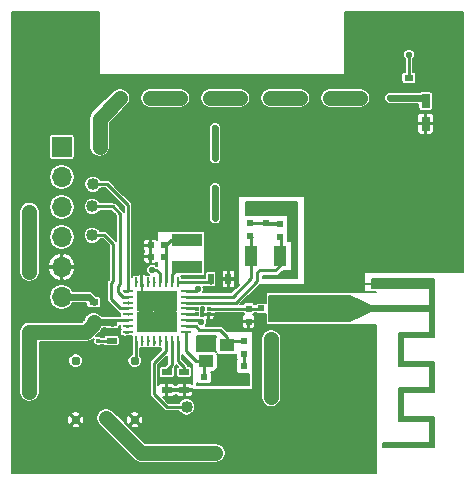
<source format=gbr>
G04 #@! TF.FileFunction,Copper,L1,Top,Signal*
%FSLAX46Y46*%
G04 Gerber Fmt 4.6, Leading zero omitted, Abs format (unit mm)*
G04 Created by KiCad (PCBNEW 4.0.5) date 05/07/17 17:05:53*
%MOMM*%
%LPD*%
G01*
G04 APERTURE LIST*
%ADD10C,0.100000*%
%ADD11C,0.356000*%
%ADD12R,0.825500X0.254000*%
%ADD13R,0.254000X0.825500*%
%ADD14R,0.254000X1.270000*%
%ADD15R,1.725000X1.725000*%
%ADD16R,1.150000X1.000000*%
%ADD17R,0.500000X0.600000*%
%ADD18R,0.600000X0.500000*%
%ADD19C,0.787400*%
%ADD20R,1.000000X1.800000*%
%ADD21R,0.330200X0.330200*%
%ADD22R,1.700000X1.700000*%
%ADD23O,1.700000X1.700000*%
%ADD24R,0.750000X1.200000*%
%ADD25R,0.900000X0.500000*%
%ADD26R,0.800000X0.600000*%
%ADD27R,2.540000X1.021080*%
%ADD28R,0.500000X0.900000*%
%ADD29C,0.381000*%
%ADD30C,0.558800*%
%ADD31C,1.016000*%
%ADD32C,0.558800*%
%ADD33C,0.254000*%
%ADD34C,1.270000*%
%ADD35C,0.152400*%
G04 APERTURE END LIST*
D10*
D11*
X22707600Y12344400D03*
X20878800Y9956800D03*
X20878800Y10617200D03*
X20878800Y9296400D03*
X30480000Y5588000D03*
X30480000Y8128000D03*
X30480000Y11303000D03*
X30480000Y11938000D03*
X30480000Y8763000D03*
X30480000Y6858000D03*
X30480000Y6223000D03*
X30480000Y9398000D03*
X30480000Y10668000D03*
X30480000Y10033000D03*
X30480000Y7493000D03*
X20878800Y7315200D03*
X30480000Y4318000D03*
X16560800Y6756400D03*
X30480000Y4953000D03*
X18542000Y6756400D03*
X20955000Y15265400D03*
X18897600Y22453600D03*
X19202400Y6756400D03*
X17221200Y6756400D03*
X17881600Y6756400D03*
X19862800Y6756400D03*
X20878800Y8636000D03*
X15900400Y6756400D03*
X30480000Y3683000D03*
X30480000Y3048000D03*
X14630400Y7848600D03*
X30480000Y1778000D03*
X30480000Y1143000D03*
X20523200Y6756400D03*
X3619500Y36449000D03*
X29972000Y12319000D03*
X29667200Y17691100D03*
X28448000Y15621000D03*
X26924000Y15621000D03*
X25400000Y15621000D03*
X24638000Y15621000D03*
X23812500Y15621000D03*
X23050500Y15621000D03*
X23812500Y16827500D03*
X23812500Y20066000D03*
X23812500Y21336000D03*
X23622000Y22352000D03*
X20510500Y22415500D03*
X35420300Y17691100D03*
X20472400Y14782800D03*
X34277300Y17691100D03*
X33134300Y17691100D03*
X31991300Y17691100D03*
X23876000Y12319000D03*
X28448000Y12319000D03*
X26924000Y12319000D03*
X25400000Y12319000D03*
X13182600Y7848600D03*
X18288000Y9550400D03*
X16510000Y10972800D03*
X17322800Y5435600D03*
X18846800Y7924800D03*
X18643600Y5232400D03*
X19291300Y5943600D03*
X30480000Y2413000D03*
X17576800Y7924800D03*
X30480000Y508000D03*
X20878800Y7975600D03*
X30848300Y17691100D03*
X25209500Y20955000D03*
X25209500Y19812000D03*
X25209500Y18669000D03*
X25209500Y17526000D03*
X25209500Y16383000D03*
X22288500Y15621000D03*
X21526500Y15621000D03*
X21526500Y22352000D03*
X25209500Y22237700D03*
X29616400Y16052800D03*
X18897600Y21640800D03*
X13589000Y12446000D03*
X12954000Y12446000D03*
X12319000Y12446000D03*
X11684000Y12446000D03*
X11049000Y12446000D03*
D12*
X9855200Y15466000D03*
X9855200Y14966000D03*
X9855200Y14466000D03*
X9855200Y13966000D03*
X9855200Y13466000D03*
X9855200Y12966000D03*
X9855200Y12466000D03*
X9855200Y11966000D03*
D13*
X10569000Y11252200D03*
X11069000Y11252200D03*
X11569000Y11252200D03*
X12069000Y11252200D03*
X12569000Y11252200D03*
X13069000Y11252200D03*
X13569000Y11252200D03*
X14069000Y11252200D03*
D12*
X14782800Y11966000D03*
X14782800Y12466000D03*
X14782800Y12966000D03*
X14782800Y13466000D03*
X14782800Y13966000D03*
X14782800Y14466000D03*
X14782800Y14966000D03*
X14782800Y15466000D03*
D13*
X14069000Y16179800D03*
X13569000Y16179800D03*
X13069000Y16179800D03*
X12569000Y16179800D03*
X12069000Y16179800D03*
X11569000Y16179800D03*
D14*
X11049000Y15951200D03*
D13*
X10569000Y16179800D03*
D15*
X13181500Y12853500D03*
X13181500Y14578500D03*
X11456500Y12853500D03*
X11456500Y14578500D03*
D11*
X11049000Y13081000D03*
X11684000Y13081000D03*
X12319000Y13081000D03*
X12954000Y13081000D03*
X13589000Y13081000D03*
X13589000Y13716000D03*
X12954000Y13716000D03*
X12319000Y13716000D03*
X11684000Y13716000D03*
X11049000Y13716000D03*
X11049000Y14351000D03*
X11684000Y14351000D03*
X12319000Y14351000D03*
X12954000Y14351000D03*
X13589000Y14351000D03*
X13589000Y14986000D03*
X12954000Y14986000D03*
X12319000Y14986000D03*
X11684000Y14986000D03*
D16*
X16498600Y9510800D03*
X18248600Y9510800D03*
X18248600Y10910800D03*
X16498600Y10910800D03*
D11*
X11049000Y14986000D03*
D17*
X22783800Y21149400D03*
X22783800Y20049400D03*
X19659600Y10118000D03*
X19659600Y11218000D03*
D18*
X17415600Y8178800D03*
X16315600Y8178800D03*
D17*
X21526500Y21230500D03*
X21526500Y22330500D03*
X19659600Y9084400D03*
X19659600Y7984400D03*
D19*
X5448300Y4533900D03*
X5448300Y9537700D03*
X10452100Y9537700D03*
X10452100Y4533900D03*
D20*
X20289200Y18389600D03*
X22789200Y18389600D03*
D21*
X15697200Y13957300D03*
X15697200Y13474700D03*
X16713200Y13957300D03*
X16713200Y13474700D03*
D22*
X4267200Y27635200D03*
D23*
X4267200Y25095200D03*
X4267200Y22555200D03*
X4267200Y20015200D03*
X4267200Y17475200D03*
X4267200Y14935200D03*
D18*
X12894400Y18338800D03*
X11794400Y18338800D03*
X11794400Y19304000D03*
X12894400Y19304000D03*
D17*
X20243800Y21162100D03*
X20243800Y20062100D03*
D24*
X35077400Y31506200D03*
X35077400Y29606200D03*
D25*
X14630400Y8573200D03*
X14630400Y7073200D03*
D17*
X20091400Y13961200D03*
X20091400Y12861200D03*
D18*
X22279700Y13970000D03*
X21179700Y13970000D03*
D26*
X33655000Y31789000D03*
X33655000Y33489000D03*
X6959600Y12815200D03*
X6959600Y14515200D03*
D27*
X14884400Y19789140D03*
X14884400Y17498060D03*
D25*
X13157200Y8573200D03*
X13157200Y7073200D03*
D28*
X16877600Y16459200D03*
X18377600Y16459200D03*
D25*
X8483600Y12738800D03*
X8483600Y11238800D03*
D29*
X7366000Y11226800D03*
D30*
X17272000Y29222700D03*
X17272000Y26670000D03*
X17272000Y24130000D03*
X17272000Y21590000D03*
X15798800Y15595600D03*
X16078200Y12852400D03*
X7467600Y27635200D03*
X32080200Y31788100D03*
X29540200Y31788100D03*
X27000200Y31788100D03*
X24460200Y31788100D03*
X16840200Y31788100D03*
X19380200Y31788100D03*
X21920200Y31788100D03*
X9220200Y31788100D03*
X11760200Y31788100D03*
X14300200Y31788100D03*
D31*
X21996400Y11379200D03*
X21996400Y6451600D03*
X17272000Y1727200D03*
D30*
X1524000Y6908800D03*
D31*
X8026400Y4673600D03*
D30*
X7569200Y12801600D03*
X1524000Y11988800D03*
X1524000Y17068800D03*
X1524000Y22148800D03*
D31*
X6908800Y24485600D03*
X6858000Y22606000D03*
X14833600Y5638800D03*
D30*
X11938000Y17221200D03*
X15722600Y17551400D03*
X33680400Y35458400D03*
X13970000Y20015200D03*
D31*
X6858000Y20167600D03*
D32*
X13181500Y14578500D02*
X13589000Y14986000D01*
X12954000Y14986000D02*
X13181500Y14578500D01*
X13181500Y14578500D02*
X12726500Y14578500D01*
X12726500Y14578500D02*
X12319000Y14986000D01*
X11684000Y14986000D02*
X11456500Y14578500D01*
X11456500Y14578500D02*
X11049000Y14986000D01*
X11049000Y14351000D02*
X11456500Y14578500D01*
X11456500Y14578500D02*
X11684000Y14351000D01*
X12319000Y14351000D02*
X13181500Y14578500D01*
X13181500Y14578500D02*
X12954000Y14351000D01*
X13589000Y14351000D02*
X13181500Y14578500D01*
X13181500Y12853500D02*
X13181500Y13308500D01*
X13181500Y13308500D02*
X13589000Y13716000D01*
X12954000Y13716000D02*
X13181500Y12853500D01*
X13181500Y12853500D02*
X12319000Y13716000D01*
X11684000Y13716000D02*
X11456500Y12853500D01*
X11456500Y12853500D02*
X11456500Y13308500D01*
X11456500Y13308500D02*
X11049000Y13716000D01*
X11049000Y13081000D02*
X11456500Y12853500D01*
X11456500Y12853500D02*
X11684000Y13081000D01*
X12319000Y13081000D02*
X13181500Y12853500D01*
X13181500Y12853500D02*
X12954000Y13081000D01*
X13589000Y13081000D02*
X13181500Y12853500D01*
X13181500Y12853500D02*
X13589000Y12446000D01*
X12954000Y12446000D02*
X13181500Y12853500D01*
X13181500Y12853500D02*
X12726500Y12853500D01*
X12726500Y12853500D02*
X12319000Y12446000D01*
X11684000Y12446000D02*
X11456500Y12853500D01*
X11456500Y12853500D02*
X11049000Y12446000D01*
X17272000Y26670000D02*
X17272000Y29222700D01*
X17272000Y21590000D02*
X17272000Y24130000D01*
D33*
X15669200Y15466000D02*
X15798800Y15595600D01*
X14782800Y15466000D02*
X15669200Y15466000D01*
X15824200Y15621000D02*
X15798800Y15595600D01*
X15669200Y15466000D02*
X15798800Y15595600D01*
X15669200Y15466000D02*
X15824200Y15621000D01*
X15669200Y15466000D02*
X15824200Y15621000D01*
X14782800Y12966000D02*
X15913800Y12966000D01*
X15913800Y12966000D02*
X16103600Y12776200D01*
X15939200Y12966000D02*
X16103600Y12801600D01*
X14782800Y12966000D02*
X15939200Y12966000D01*
X16103600Y12852400D02*
X16078200Y12852400D01*
X16103600Y12839700D02*
X16103600Y12852400D01*
X16103600Y12852400D02*
X16103600Y12801600D01*
X16103600Y12776200D02*
X16103600Y12839700D01*
X16103600Y12801600D02*
X16103600Y12776200D01*
D34*
X24460200Y31788100D02*
X21920200Y31788100D01*
D32*
X33655000Y31789000D02*
X32081100Y31789000D01*
X32081100Y31789000D02*
X32080200Y31788100D01*
D34*
X29540200Y31788100D02*
X27000200Y31788100D01*
X19380200Y31788100D02*
X16840200Y31788100D01*
X7467600Y30035500D02*
X7467600Y27635200D01*
X9220200Y31788100D02*
X7467600Y30035500D01*
X14300200Y31788100D02*
X11760200Y31788100D01*
D32*
X35077400Y31508700D02*
X35077400Y31506200D01*
X34797100Y31789000D02*
X35077400Y31508700D01*
X33655000Y31789000D02*
X34797100Y31789000D01*
D33*
X35077400Y31508700D02*
X35077400Y31506200D01*
X34797100Y31789000D02*
X35077400Y31508700D01*
D34*
X21996400Y6451600D02*
X21996400Y11379200D01*
X1524000Y11988800D02*
X1524000Y6908800D01*
X10972800Y1727200D02*
X17272000Y1727200D01*
X8026400Y4673600D02*
X10972800Y1727200D01*
X4419600Y27533600D02*
X4267200Y27686000D01*
X4267200Y27686000D02*
X4267200Y27635200D01*
X1524000Y11988800D02*
X6350000Y11988800D01*
X6350000Y11988800D02*
X6908800Y12547600D01*
X6908800Y12547600D02*
X6959600Y12815200D01*
D32*
X7569200Y12801600D02*
X7569200Y12815200D01*
D33*
X9855200Y12966000D02*
X8546400Y12966000D01*
X8546400Y12966000D02*
X8382000Y12801600D01*
X8382000Y12801600D02*
X8483600Y12738800D01*
D32*
X6959600Y12815200D02*
X7569200Y12815200D01*
X7569200Y12815200D02*
X8470000Y12815200D01*
X8470000Y12815200D02*
X8483600Y12801600D01*
X8483600Y12801600D02*
X8483600Y12738800D01*
D34*
X1524000Y22148800D02*
X1524000Y17068800D01*
D33*
X14795500Y12954000D02*
X14782800Y12966000D01*
X9842500Y12954000D02*
X9855200Y12966000D01*
X9855200Y15466000D02*
X9855200Y22707600D01*
X8077200Y24485600D02*
X6908800Y24485600D01*
X9855200Y22707600D02*
X8077200Y24485600D01*
X9855200Y15466000D02*
X9578400Y15466000D01*
X9855200Y14966000D02*
X9418000Y14966000D01*
X8585200Y22606000D02*
X6858000Y22606000D01*
X9194800Y21996400D02*
X8585200Y22606000D01*
X9194800Y16002000D02*
X9194800Y21996400D01*
X9042400Y15849600D02*
X9194800Y16002000D01*
X9042400Y15341600D02*
X9042400Y15849600D01*
X9418000Y14966000D02*
X9042400Y15341600D01*
X14069000Y16179800D02*
X16840200Y16179800D01*
X16840200Y16179800D02*
X16865600Y16154400D01*
X16865600Y16154400D02*
X16877600Y16459200D01*
X14122400Y16205200D02*
X14069000Y16179800D01*
X10569000Y11252200D02*
X10569000Y9603800D01*
X10569000Y9603800D02*
X10490200Y9525000D01*
X10490200Y9525000D02*
X10452100Y9537700D01*
X10541000Y11239500D02*
X10569000Y11252200D01*
X13069000Y11252200D02*
X13069000Y10325800D01*
X13157200Y5638800D02*
X14833600Y5638800D01*
X12090400Y6705600D02*
X13157200Y5638800D01*
X12090400Y9347200D02*
X12090400Y6705600D01*
X13069000Y10325800D02*
X12090400Y9347200D01*
X13081000Y11176000D02*
X13069000Y11252200D01*
X13569000Y11252200D02*
X13569000Y9149400D01*
X13569000Y9149400D02*
X13157200Y8737600D01*
X13157200Y8737600D02*
X13157200Y8585200D01*
X13157200Y8585200D02*
X13157200Y8573200D01*
X14069000Y11252200D02*
X14069000Y9553000D01*
X14630400Y8991600D02*
X14630400Y8585200D01*
X14069000Y9553000D02*
X14630400Y8991600D01*
X14630400Y8585200D02*
X14630400Y8573200D01*
X14782800Y14466000D02*
X19038000Y14466000D01*
X22352000Y17208500D02*
X22796500Y17653000D01*
X21018500Y17208500D02*
X22352000Y17208500D01*
X20828000Y17018000D02*
X21018500Y17208500D01*
X20828000Y16256000D02*
X20828000Y17018000D01*
X19038000Y14466000D02*
X20828000Y16256000D01*
X22796500Y17653000D02*
X22796500Y18478500D01*
X22796500Y18478500D02*
X22840000Y18415000D01*
X22796500Y18351500D02*
X22840000Y18415000D01*
X22796500Y20087500D02*
X22796500Y18351500D01*
X11938000Y17221200D02*
X11963400Y17246600D01*
X11963400Y17246600D02*
X12268200Y17246600D01*
X12268200Y17246600D02*
X12573000Y16941800D01*
X12573000Y16941800D02*
X12573000Y16306800D01*
X12573000Y16306800D02*
X12569000Y16179800D01*
X12573000Y16192500D02*
X12569000Y16179800D01*
X18248600Y10910800D02*
X18248600Y11571000D01*
X15595600Y12446000D02*
X14833600Y12446000D01*
X15900400Y12141200D02*
X15595600Y12446000D01*
X17678400Y12141200D02*
X15900400Y12141200D01*
X18248600Y11571000D02*
X17678400Y12141200D01*
X14833600Y12446000D02*
X14782800Y12466000D01*
X19659600Y11218000D02*
X18584000Y11218000D01*
X18584000Y11218000D02*
X18237200Y10871200D01*
X18237200Y10871200D02*
X18248600Y10910800D01*
X18237200Y10922000D02*
X18248600Y10910800D01*
X14795500Y12446000D02*
X14782800Y12466000D01*
X16315600Y8178800D02*
X16315600Y9406800D01*
X16315600Y9406800D02*
X16560800Y9652000D01*
X16560800Y9652000D02*
X16498600Y9510800D01*
X14782800Y11966000D02*
X14782800Y10363200D01*
X15595600Y9550400D02*
X16459200Y9550400D01*
X14782800Y10363200D02*
X15595600Y9550400D01*
X16459200Y9550400D02*
X16498600Y9510800D01*
X14782800Y13966000D02*
X15693200Y13966000D01*
X15693200Y13966000D02*
X15697200Y13970000D01*
X15697200Y13970000D02*
X15697200Y13957300D01*
X14782800Y13466000D02*
X15693200Y13466000D01*
X15693200Y13466000D02*
X15697200Y13462000D01*
X15697200Y13462000D02*
X15697200Y13474700D01*
X15669260Y17498060D02*
X15722600Y17551400D01*
X14884400Y17498060D02*
X15669260Y17498060D01*
X13569000Y16179800D02*
X13569000Y16871000D01*
X13569000Y16871000D02*
X14122400Y17424400D01*
X14122400Y17424400D02*
X14884400Y17498060D01*
X13589000Y16192500D02*
X13569000Y16179800D01*
X33655000Y33489000D02*
X33655000Y35433000D01*
X33655000Y35433000D02*
X33680400Y35458400D01*
X9906000Y14478000D02*
X9855200Y14466000D01*
X9842500Y14478000D02*
X9855200Y14466000D01*
X9842500Y14478000D02*
X9855200Y14466000D01*
X9906000Y13462000D02*
X9855200Y13466000D01*
X9715500Y12446000D02*
X9855200Y12466000D01*
X9588500Y11938000D02*
X9855200Y11966000D01*
X11049000Y11176000D02*
X11069000Y11252200D01*
X11557000Y11303000D02*
X11569000Y11252200D01*
X12065000Y11049000D02*
X12069000Y11252200D01*
X12573000Y11303000D02*
X12569000Y11252200D01*
X12065000Y16192500D02*
X12069000Y16179800D01*
X11557000Y16319500D02*
X11569000Y16179800D01*
X10541000Y16256000D02*
X10569000Y16179800D01*
X20091400Y13961200D02*
X21192400Y13961200D01*
X21192400Y13961200D02*
X21196300Y13957300D01*
X21196300Y13957300D02*
X21179700Y13970000D01*
X16713200Y13957300D02*
X19964400Y13957300D01*
X19964400Y13957300D02*
X19951700Y13957300D01*
X19951700Y13957300D02*
X19939000Y13957300D01*
X19939000Y13957300D02*
X19926300Y13957300D01*
X12877800Y18326100D02*
X12894400Y18338800D01*
X13069000Y18134900D02*
X12877800Y18326100D01*
X13069000Y16179800D02*
X13069000Y18134900D01*
X13970000Y20015200D02*
X14884400Y19789140D01*
X13069000Y16179800D02*
X13069000Y19317400D01*
X13069000Y19317400D02*
X13512800Y19761200D01*
X13512800Y19761200D02*
X14935200Y19761200D01*
X14935200Y19761200D02*
X14884400Y19789140D01*
X22783800Y21158200D02*
X22783800Y21149400D01*
X21729700Y21158200D02*
X22783800Y21158200D01*
X21657400Y21230500D02*
X21729700Y21158200D01*
X21526500Y21230500D02*
X21657400Y21230500D01*
X22796500Y21187500D02*
X20298500Y21187500D01*
X20298500Y21187500D02*
X20256500Y21145500D01*
X20256500Y21145500D02*
X20256500Y21187500D01*
X20256500Y20087500D02*
X20256500Y18542000D01*
X20340000Y20046000D02*
X20256500Y20129500D01*
X20256500Y20129500D02*
X20256500Y20087500D01*
X20320000Y16510000D02*
X20320000Y18478500D01*
X20320000Y18478500D02*
X20340000Y18415000D01*
X20256500Y18542000D02*
X20383500Y18415000D01*
X20383500Y18415000D02*
X20340000Y18415000D01*
X14782800Y14966000D02*
X18776000Y14966000D01*
X18776000Y14966000D02*
X20320000Y16510000D01*
X19659600Y10118000D02*
X19659600Y9093200D01*
X19659600Y9093200D02*
X19659600Y9084400D01*
D32*
X4267200Y14935200D02*
X6553200Y14935200D01*
X6553200Y14935200D02*
X6959600Y14528800D01*
X6959600Y14528800D02*
X6959600Y14515200D01*
D33*
X9855200Y13966000D02*
X9198800Y13966000D01*
X7874000Y20167600D02*
X6858000Y20167600D01*
X8585200Y19456400D02*
X7874000Y20167600D01*
X8585200Y16256000D02*
X8585200Y19456400D01*
X8432800Y16103600D02*
X8585200Y16256000D01*
X8432800Y14732000D02*
X8432800Y16103600D01*
X9198800Y13966000D02*
X8432800Y14732000D01*
X9842500Y13970000D02*
X9855200Y13966000D01*
X9842500Y13970000D02*
X9855200Y13966000D01*
X8483600Y11238800D02*
X7378000Y11238800D01*
X7378000Y11238800D02*
X7366000Y11226800D01*
D35*
G36*
X24180800Y16522700D02*
X21336000Y16522700D01*
X21336000Y16700500D01*
X22352000Y16700500D01*
X22546403Y16739169D01*
X22711210Y16849290D01*
X22963056Y17101136D01*
X23289200Y17101136D01*
X23430390Y17127703D01*
X23437534Y17132300D01*
X23685500Y17132300D01*
X23713195Y17137511D01*
X23738632Y17153879D01*
X23755697Y17178854D01*
X23761700Y17208500D01*
X23761700Y19621500D01*
X23756489Y19649195D01*
X23740121Y19674632D01*
X23715146Y19691697D01*
X23685500Y19697700D01*
X23444200Y19697700D01*
X23444200Y21780500D01*
X23438989Y21808195D01*
X23422621Y21833632D01*
X23397646Y21850697D01*
X23368000Y21856700D01*
X21973969Y21856700D01*
X21927634Y21888359D01*
X21776500Y21918964D01*
X21276500Y21918964D01*
X21135310Y21892397D01*
X21079835Y21856700D01*
X19888200Y21856700D01*
X19888200Y22974300D01*
X24180800Y22974300D01*
X24180800Y16522700D01*
X24180800Y16522700D01*
G37*
X24180800Y16522700D02*
X21336000Y16522700D01*
X21336000Y16700500D01*
X22352000Y16700500D01*
X22546403Y16739169D01*
X22711210Y16849290D01*
X22963056Y17101136D01*
X23289200Y17101136D01*
X23430390Y17127703D01*
X23437534Y17132300D01*
X23685500Y17132300D01*
X23713195Y17137511D01*
X23738632Y17153879D01*
X23755697Y17178854D01*
X23761700Y17208500D01*
X23761700Y19621500D01*
X23756489Y19649195D01*
X23740121Y19674632D01*
X23715146Y19691697D01*
X23685500Y19697700D01*
X23444200Y19697700D01*
X23444200Y21780500D01*
X23438989Y21808195D01*
X23422621Y21833632D01*
X23397646Y21850697D01*
X23368000Y21856700D01*
X21973969Y21856700D01*
X21927634Y21888359D01*
X21776500Y21918964D01*
X21276500Y21918964D01*
X21135310Y21892397D01*
X21079835Y21856700D01*
X19888200Y21856700D01*
X19888200Y22974300D01*
X24180800Y22974300D01*
X24180800Y16522700D01*
G36*
X17522466Y10052941D02*
X17673600Y10022336D01*
X18823600Y10022336D01*
X18964790Y10048903D01*
X19021136Y10085160D01*
X19021136Y9818000D01*
X19047703Y9676810D01*
X19096479Y9601010D01*
X19051741Y9535534D01*
X19021136Y9384400D01*
X19021136Y8784400D01*
X19047703Y8643210D01*
X19131146Y8513535D01*
X19258466Y8426541D01*
X19409600Y8395936D01*
X19909600Y8395936D01*
X20050790Y8422503D01*
X20091400Y8448635D01*
X20091400Y7493000D01*
X15722600Y7493000D01*
X15722600Y7680540D01*
X15737146Y7657935D01*
X15864466Y7570941D01*
X16015600Y7540336D01*
X16615600Y7540336D01*
X16756790Y7566903D01*
X16886465Y7650346D01*
X16973459Y7777666D01*
X17004064Y7928800D01*
X17004064Y8428800D01*
X16977497Y8569990D01*
X16943814Y8622336D01*
X17073600Y8622336D01*
X17214790Y8648903D01*
X17344465Y8732346D01*
X17431459Y8859666D01*
X17462064Y9010800D01*
X17462064Y10010800D01*
X17444053Y10106518D01*
X17522466Y10052941D01*
X17522466Y10052941D01*
G37*
X17522466Y10052941D02*
X17673600Y10022336D01*
X18823600Y10022336D01*
X18964790Y10048903D01*
X19021136Y10085160D01*
X19021136Y9818000D01*
X19047703Y9676810D01*
X19096479Y9601010D01*
X19051741Y9535534D01*
X19021136Y9384400D01*
X19021136Y8784400D01*
X19047703Y8643210D01*
X19131146Y8513535D01*
X19258466Y8426541D01*
X19409600Y8395936D01*
X19909600Y8395936D01*
X20050790Y8422503D01*
X20091400Y8448635D01*
X20091400Y7493000D01*
X15722600Y7493000D01*
X15722600Y7680540D01*
X15737146Y7657935D01*
X15864466Y7570941D01*
X16015600Y7540336D01*
X16615600Y7540336D01*
X16756790Y7566903D01*
X16886465Y7650346D01*
X16973459Y7777666D01*
X17004064Y7928800D01*
X17004064Y8428800D01*
X16977497Y8569990D01*
X16943814Y8622336D01*
X17073600Y8622336D01*
X17214790Y8648903D01*
X17344465Y8732346D01*
X17431459Y8859666D01*
X17462064Y9010800D01*
X17462064Y10010800D01*
X17444053Y10106518D01*
X17522466Y10052941D01*
G36*
X15900400Y11633200D02*
X17364435Y11633200D01*
X17315741Y11561934D01*
X17285136Y11410800D01*
X17285136Y10410800D01*
X17303147Y10315082D01*
X17224734Y10368659D01*
X17073600Y10399264D01*
X15923600Y10399264D01*
X15782410Y10372697D01*
X15722600Y10334211D01*
X15722600Y11658600D01*
X15772707Y11658600D01*
X15900400Y11633200D01*
X15900400Y11633200D01*
G37*
X15900400Y11633200D02*
X17364435Y11633200D01*
X17315741Y11561934D01*
X17285136Y11410800D01*
X17285136Y10410800D01*
X17303147Y10315082D01*
X17224734Y10368659D01*
X17073600Y10399264D01*
X15923600Y10399264D01*
X15782410Y10372697D01*
X15722600Y10334211D01*
X15722600Y11658600D01*
X15772707Y11658600D01*
X15900400Y11633200D01*
G36*
X7416800Y33782000D02*
X7422803Y33752354D01*
X7439868Y33727379D01*
X7465305Y33711011D01*
X7493000Y33705800D01*
X28194000Y33705800D01*
X28223646Y33711803D01*
X28248621Y33728868D01*
X28264989Y33754305D01*
X28270200Y33782000D01*
X28270200Y33789000D01*
X33021922Y33789000D01*
X33021922Y33189000D01*
X33037862Y33104286D01*
X33087928Y33026482D01*
X33164320Y32974285D01*
X33255000Y32955922D01*
X34055000Y32955922D01*
X34139714Y32971862D01*
X34217518Y33021928D01*
X34269715Y33098320D01*
X34288078Y33189000D01*
X34288078Y33789000D01*
X34272138Y33873714D01*
X34222072Y33951518D01*
X34145680Y34003715D01*
X34055000Y34022078D01*
X34010600Y34022078D01*
X34010600Y35070230D01*
X34110810Y35170266D01*
X34188311Y35356909D01*
X34188488Y35559004D01*
X34111312Y35745783D01*
X33968534Y35888810D01*
X33781891Y35966311D01*
X33579796Y35966488D01*
X33393017Y35889312D01*
X33249990Y35746534D01*
X33172489Y35559891D01*
X33172312Y35357796D01*
X33249488Y35171017D01*
X33299400Y35121018D01*
X33299400Y34022078D01*
X33255000Y34022078D01*
X33170286Y34006138D01*
X33092482Y33956072D01*
X33040285Y33879680D01*
X33021922Y33789000D01*
X28270200Y33789000D01*
X28270200Y39039800D01*
X38277800Y39039800D01*
X38277800Y17081500D01*
X29972000Y17081500D01*
X29942354Y17075497D01*
X29917379Y17058432D01*
X29901011Y17032995D01*
X29895800Y17005300D01*
X29895800Y16141700D01*
X29901803Y16112054D01*
X29918868Y16087079D01*
X29944305Y16070711D01*
X29972000Y16065500D01*
X30467300Y16065500D01*
X30496946Y16071503D01*
X30521921Y16088568D01*
X30538289Y16114005D01*
X30543500Y16141700D01*
X30543500Y16433800D01*
X35775900Y16433800D01*
X35775900Y11582400D01*
X33235900Y11582400D01*
X33206254Y11576397D01*
X33181279Y11559332D01*
X33164911Y11533895D01*
X33159700Y11506200D01*
X33159700Y9499600D01*
X33165703Y9469954D01*
X33182768Y9444979D01*
X33208205Y9428611D01*
X33235900Y9423400D01*
X35775900Y9423400D01*
X35775900Y6883400D01*
X33235900Y6883400D01*
X33206254Y6877397D01*
X33181279Y6860332D01*
X33164911Y6834895D01*
X33159700Y6807200D01*
X33159700Y4864100D01*
X33165703Y4834454D01*
X33182768Y4809479D01*
X33208205Y4793111D01*
X33235900Y4787900D01*
X35775900Y4787900D01*
X35775900Y2247900D01*
X31496000Y2247900D01*
X31496000Y2590800D01*
X35356800Y2590800D01*
X35386446Y2596803D01*
X35411421Y2613868D01*
X35427789Y2639305D01*
X35433000Y2667000D01*
X35433000Y4356100D01*
X35426997Y4385746D01*
X35409932Y4410721D01*
X35384495Y4427089D01*
X35356800Y4432300D01*
X32816154Y4432300D01*
X32792051Y7264400D01*
X35356800Y7264400D01*
X35386446Y7270403D01*
X35411421Y7287468D01*
X35427789Y7312905D01*
X35433000Y7340600D01*
X35433000Y9004300D01*
X35426997Y9033946D01*
X35409932Y9058921D01*
X35384495Y9075289D01*
X35356800Y9080500D01*
X32816800Y9080500D01*
X32816800Y11925300D01*
X35356800Y11925300D01*
X35386446Y11931303D01*
X35411421Y11948368D01*
X35427789Y11973805D01*
X35433000Y12001500D01*
X35433000Y13703300D01*
X35426997Y13732946D01*
X35409932Y13757921D01*
X35384495Y13774289D01*
X35356800Y13779500D01*
X30454600Y13779500D01*
X30419728Y13771052D01*
X28708941Y12890500D01*
X21856700Y12890500D01*
X21856700Y15024100D01*
X28708941Y15024100D01*
X30419728Y14143548D01*
X30454600Y14135100D01*
X35356800Y14135100D01*
X35386446Y14141103D01*
X35411421Y14158168D01*
X35427789Y14183605D01*
X35433000Y14211300D01*
X35433000Y15608300D01*
X35426997Y15637946D01*
X35409932Y15662921D01*
X35384495Y15679289D01*
X35356800Y15684500D01*
X30530800Y15684500D01*
X30530800Y15976600D01*
X30524797Y16006246D01*
X30507732Y16031221D01*
X30482295Y16047589D01*
X30454600Y16052800D01*
X29959300Y16052800D01*
X29929654Y16046797D01*
X29904679Y16029732D01*
X29888311Y16004295D01*
X29883100Y15976600D01*
X29883100Y15468600D01*
X29889103Y15438954D01*
X29906168Y15413979D01*
X29931605Y15397611D01*
X29959300Y15392400D01*
X30911800Y15392400D01*
X30911800Y15328900D01*
X21628100Y15328900D01*
X21598454Y15322897D01*
X21573479Y15305832D01*
X21557111Y15280395D01*
X21551900Y15252700D01*
X21551900Y14438457D01*
X21479700Y14453078D01*
X20879700Y14453078D01*
X20794986Y14437138D01*
X20717182Y14387072D01*
X20669167Y14316800D01*
X20564016Y14316800D01*
X20558538Y14345914D01*
X20508472Y14423718D01*
X20432080Y14475915D01*
X20341400Y14494278D01*
X19841400Y14494278D01*
X19756686Y14478338D01*
X19678882Y14428272D01*
X19626685Y14351880D01*
X19618791Y14312900D01*
X19387794Y14312900D01*
X21064194Y15989300D01*
X24765000Y15989300D01*
X24794646Y15995303D01*
X24819621Y16012368D01*
X24835989Y16037805D01*
X24841200Y16065500D01*
X24841200Y23431500D01*
X24835197Y23461146D01*
X24818132Y23486121D01*
X24792695Y23502489D01*
X24765000Y23507700D01*
X19304000Y23507700D01*
X19274354Y23501697D01*
X19249379Y23484632D01*
X19233011Y23459195D01*
X19227800Y23431500D01*
X19227800Y16065500D01*
X19233803Y16035854D01*
X19250868Y16010879D01*
X19276305Y15994511D01*
X19297609Y15990503D01*
X18628706Y15321600D01*
X16235079Y15321600D01*
X16306711Y15494109D01*
X16306888Y15696204D01*
X16254001Y15824200D01*
X16493431Y15824200D01*
X16536920Y15794485D01*
X16627600Y15776122D01*
X17127600Y15776122D01*
X17212314Y15792062D01*
X17290118Y15842128D01*
X17342315Y15918520D01*
X17360678Y16009200D01*
X17360678Y16325850D01*
X17797400Y16325850D01*
X17797400Y15943519D01*
X17847670Y15822157D01*
X17940557Y15729270D01*
X18061919Y15679000D01*
X18244250Y15679000D01*
X18326800Y15761550D01*
X18326800Y16408400D01*
X18428400Y16408400D01*
X18428400Y15761550D01*
X18510950Y15679000D01*
X18693281Y15679000D01*
X18814643Y15729270D01*
X18907530Y15822157D01*
X18957800Y15943519D01*
X18957800Y16325850D01*
X18875250Y16408400D01*
X18428400Y16408400D01*
X18326800Y16408400D01*
X17879950Y16408400D01*
X17797400Y16325850D01*
X17360678Y16325850D01*
X17360678Y16909200D01*
X17348320Y16974881D01*
X17797400Y16974881D01*
X17797400Y16592550D01*
X17879950Y16510000D01*
X18326800Y16510000D01*
X18326800Y17156850D01*
X18428400Y17156850D01*
X18428400Y16510000D01*
X18875250Y16510000D01*
X18957800Y16592550D01*
X18957800Y16974881D01*
X18907530Y17096243D01*
X18814643Y17189130D01*
X18693281Y17239400D01*
X18510950Y17239400D01*
X18428400Y17156850D01*
X18326800Y17156850D01*
X18244250Y17239400D01*
X18061919Y17239400D01*
X17940557Y17189130D01*
X17847670Y17096243D01*
X17797400Y16974881D01*
X17348320Y16974881D01*
X17344738Y16993914D01*
X17294672Y17071718D01*
X17218280Y17123915D01*
X17127600Y17142278D01*
X16627600Y17142278D01*
X16542886Y17126338D01*
X16465082Y17076272D01*
X16412885Y16999880D01*
X16394522Y16909200D01*
X16394522Y16535400D01*
X14429078Y16535400D01*
X14429078Y16592550D01*
X14413138Y16677264D01*
X14363475Y16754442D01*
X15102337Y16754442D01*
X16305797Y16738607D01*
X16334495Y16743811D01*
X16359932Y16760179D01*
X16376997Y16785154D01*
X16383000Y16814800D01*
X16383000Y16965407D01*
X16387478Y16987520D01*
X16387478Y18008600D01*
X16383000Y18032399D01*
X16383000Y19256487D01*
X16387478Y19278600D01*
X16387478Y20299680D01*
X16383000Y20323479D01*
X16383000Y20472400D01*
X16377789Y20500095D01*
X16361421Y20525532D01*
X16336446Y20542597D01*
X16306800Y20548600D01*
X12446000Y20548600D01*
X12418305Y20543389D01*
X12392868Y20527021D01*
X12375803Y20502046D01*
X12369800Y20472400D01*
X12369800Y19745573D01*
X12281443Y19833930D01*
X12160081Y19884200D01*
X11927750Y19884200D01*
X11845200Y19801650D01*
X11845200Y19354800D01*
X11865200Y19354800D01*
X11865200Y19253200D01*
X11845200Y19253200D01*
X11845200Y18389600D01*
X11865200Y18389600D01*
X11865200Y18288000D01*
X11845200Y18288000D01*
X11845200Y17841150D01*
X11927750Y17758600D01*
X12160081Y17758600D01*
X12281443Y17808870D01*
X12369800Y17897227D01*
X12369800Y17581991D01*
X12277256Y17600399D01*
X12226134Y17651610D01*
X12039491Y17729111D01*
X11837396Y17729288D01*
X11650617Y17652112D01*
X11507590Y17509334D01*
X11430089Y17322691D01*
X11429912Y17120596D01*
X11507088Y16933817D01*
X11615089Y16825628D01*
X11442000Y16825628D01*
X11409635Y16819538D01*
X11363043Y16866130D01*
X11241681Y16916400D01*
X11182350Y16916400D01*
X11099800Y16833850D01*
X11099800Y16002000D01*
X11119800Y16002000D01*
X11119800Y15900400D01*
X11099800Y15900400D01*
X11099800Y15880400D01*
X10998200Y15880400D01*
X10998200Y15900400D01*
X10978200Y15900400D01*
X10978200Y16002000D01*
X10998200Y16002000D01*
X10998200Y16833850D01*
X10915650Y16916400D01*
X10856319Y16916400D01*
X10734957Y16866130D01*
X10694455Y16825628D01*
X10442000Y16825628D01*
X10357286Y16809688D01*
X10279482Y16759622D01*
X10227285Y16683230D01*
X10210800Y16601824D01*
X10210800Y18205450D01*
X11164200Y18205450D01*
X11164200Y18023119D01*
X11214470Y17901757D01*
X11307357Y17808870D01*
X11428719Y17758600D01*
X11661050Y17758600D01*
X11743600Y17841150D01*
X11743600Y18288000D01*
X11246750Y18288000D01*
X11164200Y18205450D01*
X10210800Y18205450D01*
X10210800Y19170650D01*
X11164200Y19170650D01*
X11164200Y18988319D01*
X11214470Y18866957D01*
X11260027Y18821400D01*
X11214470Y18775843D01*
X11164200Y18654481D01*
X11164200Y18472150D01*
X11246750Y18389600D01*
X11743600Y18389600D01*
X11743600Y19253200D01*
X11246750Y19253200D01*
X11164200Y19170650D01*
X10210800Y19170650D01*
X10210800Y19619681D01*
X11164200Y19619681D01*
X11164200Y19437350D01*
X11246750Y19354800D01*
X11743600Y19354800D01*
X11743600Y19801650D01*
X11661050Y19884200D01*
X11428719Y19884200D01*
X11307357Y19833930D01*
X11214470Y19741043D01*
X11164200Y19619681D01*
X10210800Y19619681D01*
X10210800Y22707600D01*
X10183732Y22843682D01*
X10106647Y22959047D01*
X9036298Y24029396D01*
X16763912Y24029396D01*
X16764000Y24029183D01*
X16764000Y21590000D01*
X16763912Y21489396D01*
X16841088Y21302617D01*
X16983866Y21159590D01*
X17077595Y21120670D01*
X17077597Y21120669D01*
X17077599Y21120669D01*
X17170509Y21082089D01*
X17271999Y21082000D01*
X17272001Y21082000D01*
X17372604Y21081912D01*
X17559383Y21159088D01*
X17702410Y21301866D01*
X17779911Y21488509D01*
X17780088Y21690604D01*
X17780000Y21690817D01*
X17780000Y24130001D01*
X17780088Y24230604D01*
X17702912Y24417383D01*
X17560134Y24560410D01*
X17466405Y24599330D01*
X17466403Y24599331D01*
X17466401Y24599331D01*
X17373491Y24637911D01*
X17272001Y24638000D01*
X17271999Y24638000D01*
X17171396Y24638088D01*
X16984617Y24560912D01*
X16841590Y24418134D01*
X16764089Y24231491D01*
X16763912Y24029396D01*
X9036298Y24029396D01*
X8328647Y24737047D01*
X8213283Y24814132D01*
X8077200Y24841200D01*
X7558871Y24841200D01*
X7533623Y24902305D01*
X7326595Y25109695D01*
X7055962Y25222072D01*
X6762924Y25222328D01*
X6492095Y25110423D01*
X6284705Y24903395D01*
X6172328Y24632762D01*
X6172072Y24339724D01*
X6283977Y24068895D01*
X6491005Y23861505D01*
X6761638Y23749128D01*
X7054676Y23748872D01*
X7325505Y23860777D01*
X7532895Y24067805D01*
X7558721Y24130000D01*
X7929906Y24130000D01*
X9499600Y22560306D01*
X9499600Y22167999D01*
X9446247Y22247847D01*
X8836647Y22857447D01*
X8721283Y22934532D01*
X8585200Y22961600D01*
X7508071Y22961600D01*
X7482823Y23022705D01*
X7275795Y23230095D01*
X7005162Y23342472D01*
X6712124Y23342728D01*
X6441295Y23230823D01*
X6233905Y23023795D01*
X6121528Y22753162D01*
X6121272Y22460124D01*
X6233177Y22189295D01*
X6440205Y21981905D01*
X6710838Y21869528D01*
X7003876Y21869272D01*
X7274705Y21981177D01*
X7482095Y22188205D01*
X7507921Y22250400D01*
X8437906Y22250400D01*
X8839200Y21849106D01*
X8839200Y19704026D01*
X8836647Y19707847D01*
X8125447Y20419047D01*
X8010083Y20496132D01*
X7874000Y20523200D01*
X7508071Y20523200D01*
X7482823Y20584305D01*
X7275795Y20791695D01*
X7005162Y20904072D01*
X6712124Y20904328D01*
X6441295Y20792423D01*
X6233905Y20585395D01*
X6121528Y20314762D01*
X6121272Y20021724D01*
X6233177Y19750895D01*
X6440205Y19543505D01*
X6710838Y19431128D01*
X7003876Y19430872D01*
X7274705Y19542777D01*
X7482095Y19749805D01*
X7507921Y19812000D01*
X7726706Y19812000D01*
X8229600Y19309106D01*
X8229600Y16403294D01*
X8181353Y16355047D01*
X8104268Y16239683D01*
X8097409Y16205200D01*
X8077200Y16103600D01*
X8077200Y14732000D01*
X8104268Y14595917D01*
X8181353Y14480553D01*
X8947353Y13714553D01*
X9062718Y13637468D01*
X9198800Y13610400D01*
X9212896Y13610400D01*
X9209372Y13593000D01*
X9209372Y13339000D01*
X9212646Y13321600D01*
X8546400Y13321600D01*
X8512222Y13314802D01*
X8470000Y13323200D01*
X7651098Y13323200D01*
X7433091Y13537426D01*
X7120665Y13663647D01*
X6783719Y13660700D01*
X6473548Y13529033D01*
X6237374Y13288691D01*
X6111153Y12976265D01*
X6109982Y12970097D01*
X5992286Y12852400D01*
X1524000Y12852400D01*
X1193515Y12786662D01*
X913343Y12599457D01*
X726138Y12319285D01*
X660400Y11988800D01*
X660400Y6908800D01*
X726138Y6578315D01*
X913343Y6298143D01*
X1193515Y6110938D01*
X1524000Y6045200D01*
X1854485Y6110938D01*
X2134657Y6298143D01*
X2321862Y6578315D01*
X2387600Y6908800D01*
X2387600Y9414460D01*
X4825892Y9414460D01*
X4920432Y9185656D01*
X5095335Y9010447D01*
X5323974Y8915508D01*
X5571540Y8915292D01*
X5800344Y9009832D01*
X5975553Y9184735D01*
X6070492Y9413374D01*
X6070708Y9660940D01*
X5976168Y9889744D01*
X5801265Y10064953D01*
X5572626Y10159892D01*
X5325060Y10160108D01*
X5096256Y10065568D01*
X4921047Y9890665D01*
X4826108Y9662026D01*
X4825892Y9414460D01*
X2387600Y9414460D01*
X2387600Y11125200D01*
X6350000Y11125200D01*
X6680485Y11190938D01*
X6960657Y11378143D01*
X6985267Y11402753D01*
X6946973Y11310530D01*
X6946827Y11143802D01*
X7010497Y10989709D01*
X7128289Y10871711D01*
X7282270Y10807773D01*
X7448998Y10807627D01*
X7603091Y10871297D01*
X7615015Y10883200D01*
X7829902Y10883200D01*
X7866528Y10826282D01*
X7942920Y10774085D01*
X8033600Y10755722D01*
X8933600Y10755722D01*
X9018314Y10771662D01*
X9096118Y10821728D01*
X9148315Y10898120D01*
X9166678Y10988800D01*
X9166678Y11488800D01*
X9150738Y11573514D01*
X9100672Y11651318D01*
X9024280Y11703515D01*
X8933600Y11721878D01*
X8033600Y11721878D01*
X7948886Y11705938D01*
X7871082Y11655872D01*
X7829080Y11594400D01*
X7573581Y11594400D01*
X7449730Y11645827D01*
X7283002Y11645973D01*
X7190102Y11607587D01*
X7519458Y11936943D01*
X7568792Y12010776D01*
X7631026Y12074109D01*
X7661485Y12149503D01*
X7706662Y12217115D01*
X7723985Y12304205D01*
X7725195Y12307200D01*
X7894455Y12307200D01*
X7942920Y12274085D01*
X8033600Y12255722D01*
X8358308Y12255722D01*
X8483600Y12230800D01*
X8608892Y12255722D01*
X8933600Y12255722D01*
X9018314Y12271662D01*
X9096118Y12321728D01*
X9148315Y12398120D01*
X9166678Y12488800D01*
X9166678Y12610400D01*
X9212896Y12610400D01*
X9209372Y12593000D01*
X9209372Y12339000D01*
X9225312Y12254286D01*
X9249886Y12216098D01*
X9227735Y12183680D01*
X9209372Y12093000D01*
X9209372Y11839000D01*
X9225312Y11754286D01*
X9275378Y11676482D01*
X9351770Y11624285D01*
X9442450Y11605922D01*
X9470616Y11605922D01*
X9487465Y11597055D01*
X9625629Y11584344D01*
X9831159Y11605922D01*
X10208922Y11605922D01*
X10208922Y11365882D01*
X10208143Y11364628D01*
X10185595Y11227724D01*
X10208922Y11127859D01*
X10208922Y10839450D01*
X10213400Y10815651D01*
X10213400Y10112401D01*
X10100056Y10065568D01*
X9924847Y9890665D01*
X9829908Y9662026D01*
X9829692Y9414460D01*
X9924232Y9185656D01*
X10099135Y9010447D01*
X10327774Y8915508D01*
X10575340Y8915292D01*
X10804144Y9009832D01*
X10979353Y9184735D01*
X11074292Y9413374D01*
X11074508Y9660940D01*
X10979968Y9889744D01*
X10924600Y9945209D01*
X10924600Y10609896D01*
X10942000Y10606372D01*
X11196000Y10606372D01*
X11280714Y10622312D01*
X11318902Y10646886D01*
X11351320Y10624735D01*
X11442000Y10606372D01*
X11696000Y10606372D01*
X11780714Y10622312D01*
X11818902Y10646886D01*
X11851320Y10624735D01*
X11942000Y10606372D01*
X12196000Y10606372D01*
X12280714Y10622312D01*
X12318902Y10646886D01*
X12351320Y10624735D01*
X12442000Y10606372D01*
X12696000Y10606372D01*
X12713400Y10609646D01*
X12713400Y10473094D01*
X11838953Y9598647D01*
X11761868Y9483283D01*
X11746655Y9406800D01*
X11734800Y9347200D01*
X11734800Y6705600D01*
X11761868Y6569517D01*
X11838953Y6454153D01*
X12905753Y5387353D01*
X13021117Y5310268D01*
X13157200Y5283200D01*
X14183529Y5283200D01*
X14208777Y5222095D01*
X14415805Y5014705D01*
X14686438Y4902328D01*
X14979476Y4902072D01*
X15250305Y5013977D01*
X15457695Y5221005D01*
X15570072Y5491638D01*
X15570328Y5784676D01*
X15458423Y6055505D01*
X15251395Y6262895D01*
X14980762Y6375272D01*
X14687724Y6375528D01*
X14416895Y6263623D01*
X14209505Y6056595D01*
X14183679Y5994400D01*
X13304494Y5994400D01*
X12805894Y6493000D01*
X13023850Y6493000D01*
X13106400Y6575550D01*
X13106400Y7022400D01*
X13208000Y7022400D01*
X13208000Y6575550D01*
X13290550Y6493000D01*
X13672881Y6493000D01*
X13794243Y6543270D01*
X13887130Y6636157D01*
X13893800Y6652260D01*
X13900470Y6636157D01*
X13993357Y6543270D01*
X14114719Y6493000D01*
X14497050Y6493000D01*
X14579600Y6575550D01*
X14579600Y7022400D01*
X14681200Y7022400D01*
X14681200Y6575550D01*
X14763750Y6493000D01*
X15146081Y6493000D01*
X15267443Y6543270D01*
X15360330Y6636157D01*
X15410600Y6757519D01*
X15410600Y6939850D01*
X15328050Y7022400D01*
X14681200Y7022400D01*
X14579600Y7022400D01*
X13932750Y7022400D01*
X13893800Y6983450D01*
X13854850Y7022400D01*
X13208000Y7022400D01*
X13106400Y7022400D01*
X13086400Y7022400D01*
X13086400Y7124000D01*
X13106400Y7124000D01*
X13106400Y7570850D01*
X13208000Y7570850D01*
X13208000Y7124000D01*
X13854850Y7124000D01*
X13893800Y7162950D01*
X13932750Y7124000D01*
X14579600Y7124000D01*
X14579600Y7570850D01*
X14497050Y7653400D01*
X14114719Y7653400D01*
X13993357Y7603130D01*
X13900470Y7510243D01*
X13893800Y7494140D01*
X13887130Y7510243D01*
X13794243Y7603130D01*
X13672881Y7653400D01*
X13290550Y7653400D01*
X13208000Y7570850D01*
X13106400Y7570850D01*
X13023850Y7653400D01*
X12641519Y7653400D01*
X12520157Y7603130D01*
X12446000Y7528973D01*
X12446000Y9199906D01*
X13213400Y9967306D01*
X13213400Y9296694D01*
X12972984Y9056278D01*
X12707200Y9056278D01*
X12622486Y9040338D01*
X12544682Y8990272D01*
X12492485Y8913880D01*
X12474122Y8823200D01*
X12474122Y8323200D01*
X12490062Y8238486D01*
X12540128Y8160682D01*
X12616520Y8108485D01*
X12707200Y8090122D01*
X13607200Y8090122D01*
X13691914Y8106062D01*
X13769718Y8156128D01*
X13821915Y8232520D01*
X13840278Y8323200D01*
X13840278Y8823200D01*
X13824946Y8904685D01*
X13897532Y9013317D01*
X13924600Y9149400D01*
X13924600Y9194506D01*
X14085392Y9033714D01*
X14017882Y8990272D01*
X13965685Y8913880D01*
X13947322Y8823200D01*
X13947322Y8323200D01*
X13963262Y8238486D01*
X14013328Y8160682D01*
X14089720Y8108485D01*
X14180400Y8090122D01*
X15080400Y8090122D01*
X15165114Y8106062D01*
X15242918Y8156128D01*
X15295115Y8232520D01*
X15313478Y8323200D01*
X15313478Y8823200D01*
X15297538Y8907914D01*
X15247472Y8985718D01*
X15171080Y9037915D01*
X15080400Y9056278D01*
X14973135Y9056278D01*
X14958932Y9127682D01*
X14920810Y9184735D01*
X14881847Y9243048D01*
X14424600Y9700294D01*
X14424600Y10054836D01*
X15316200Y9163236D01*
X15316200Y7554373D01*
X15267443Y7603130D01*
X15146081Y7653400D01*
X14763750Y7653400D01*
X14681200Y7570850D01*
X14681200Y7124000D01*
X15328050Y7124000D01*
X15328292Y7124242D01*
X15339268Y7108179D01*
X15364705Y7091811D01*
X15392400Y7086600D01*
X20421600Y7086600D01*
X20451246Y7092603D01*
X20476221Y7109668D01*
X20492589Y7135105D01*
X20497800Y7162800D01*
X20497800Y11379200D01*
X21132800Y11379200D01*
X21132800Y6451600D01*
X21198538Y6121115D01*
X21385743Y5840943D01*
X21665915Y5653738D01*
X21996400Y5588000D01*
X22326885Y5653738D01*
X22607057Y5840943D01*
X22794262Y6121115D01*
X22860000Y6451600D01*
X22860000Y11379200D01*
X22794262Y11709685D01*
X22607057Y11989857D01*
X22326885Y12177062D01*
X21996400Y12242800D01*
X21665915Y12177062D01*
X21385743Y11989857D01*
X21198538Y11709685D01*
X21132800Y11379200D01*
X20497800Y11379200D01*
X20497800Y11988800D01*
X20491797Y12018446D01*
X20474732Y12043421D01*
X20449295Y12059789D01*
X20421600Y12065000D01*
X18257494Y12065000D01*
X17929847Y12392647D01*
X17814483Y12469732D01*
X17678400Y12496800D01*
X16441026Y12496800D01*
X16508610Y12564266D01*
X16576536Y12727850D01*
X19511200Y12727850D01*
X19511200Y12495519D01*
X19561470Y12374157D01*
X19654357Y12281270D01*
X19775719Y12231000D01*
X19958050Y12231000D01*
X20040600Y12313550D01*
X20040600Y12810400D01*
X20142200Y12810400D01*
X20142200Y12313550D01*
X20224750Y12231000D01*
X20407081Y12231000D01*
X20528443Y12281270D01*
X20621330Y12374157D01*
X20671600Y12495519D01*
X20671600Y12727850D01*
X20589050Y12810400D01*
X20142200Y12810400D01*
X20040600Y12810400D01*
X19593750Y12810400D01*
X19511200Y12727850D01*
X16576536Y12727850D01*
X16586111Y12750909D01*
X16586288Y12953004D01*
X16575381Y12979400D01*
X16579850Y12979400D01*
X16662400Y13061950D01*
X16662400Y13423900D01*
X16764000Y13423900D01*
X16764000Y13061950D01*
X16846550Y12979400D01*
X16943981Y12979400D01*
X17065343Y13029670D01*
X17158230Y13122557D01*
X17208500Y13243919D01*
X17208500Y13341350D01*
X17125950Y13423900D01*
X16764000Y13423900D01*
X16662400Y13423900D01*
X16300450Y13423900D01*
X16220087Y13343537D01*
X16179691Y13360311D01*
X16095378Y13360385D01*
X16095378Y13639800D01*
X16080514Y13718797D01*
X16095378Y13792200D01*
X16095378Y14110400D01*
X16315022Y14110400D01*
X16315022Y13873695D01*
X16268170Y13826843D01*
X16217900Y13705481D01*
X16217900Y13608050D01*
X16300450Y13525500D01*
X16662400Y13525500D01*
X16662400Y13545500D01*
X16764000Y13545500D01*
X16764000Y13525500D01*
X17125950Y13525500D01*
X17202150Y13601700D01*
X19619518Y13601700D01*
X19624262Y13576486D01*
X19674328Y13498682D01*
X19719230Y13468001D01*
X19654357Y13441130D01*
X19561470Y13348243D01*
X19511200Y13226881D01*
X19511200Y12994550D01*
X19593750Y12912000D01*
X20040600Y12912000D01*
X20040600Y12932000D01*
X20142200Y12932000D01*
X20142200Y12912000D01*
X20589050Y12912000D01*
X20671600Y12994550D01*
X20671600Y13226881D01*
X20621330Y13348243D01*
X20528443Y13441130D01*
X20463416Y13468065D01*
X20503918Y13494128D01*
X20556115Y13570520D01*
X20563219Y13605600D01*
X20681665Y13605600D01*
X20712628Y13557482D01*
X20789020Y13505285D01*
X20879700Y13486922D01*
X21479700Y13486922D01*
X21551900Y13500507D01*
X21551900Y12661900D01*
X21557903Y12632254D01*
X21574968Y12607279D01*
X21600405Y12590911D01*
X21628100Y12585700D01*
X30911800Y12585700D01*
X30911800Y76200D01*
X76200Y76200D01*
X76200Y4035842D01*
X5022084Y4035842D01*
X5056593Y3908335D01*
X5325802Y3806054D01*
X5613661Y3814580D01*
X5840007Y3908335D01*
X5874516Y4035842D01*
X5448300Y4462058D01*
X5022084Y4035842D01*
X76200Y4035842D01*
X76200Y4656398D01*
X4720454Y4656398D01*
X4728980Y4368539D01*
X4822735Y4142193D01*
X4950242Y4107684D01*
X5376458Y4533900D01*
X5520142Y4533900D01*
X5946358Y4107684D01*
X6073865Y4142193D01*
X6176146Y4411402D01*
X6168381Y4673600D01*
X7162801Y4673600D01*
X7228538Y4343115D01*
X7415743Y4062943D01*
X10362143Y1116542D01*
X10642315Y929338D01*
X10972800Y863600D01*
X17272000Y863600D01*
X17602485Y929338D01*
X17882657Y1116543D01*
X18069862Y1396715D01*
X18135600Y1727200D01*
X18069862Y2057685D01*
X17882657Y2337857D01*
X17602485Y2525062D01*
X17272000Y2590800D01*
X11330515Y2590800D01*
X9885473Y4035842D01*
X10025884Y4035842D01*
X10060393Y3908335D01*
X10329602Y3806054D01*
X10617461Y3814580D01*
X10843807Y3908335D01*
X10878316Y4035842D01*
X10452100Y4462058D01*
X10025884Y4035842D01*
X9885473Y4035842D01*
X9264917Y4656398D01*
X9724254Y4656398D01*
X9732780Y4368539D01*
X9826535Y4142193D01*
X9954042Y4107684D01*
X10380258Y4533900D01*
X10523942Y4533900D01*
X10950158Y4107684D01*
X11077665Y4142193D01*
X11179946Y4411402D01*
X11171420Y4699261D01*
X11077665Y4925607D01*
X10950158Y4960116D01*
X10523942Y4533900D01*
X10380258Y4533900D01*
X9954042Y4960116D01*
X9826535Y4925607D01*
X9724254Y4656398D01*
X9264917Y4656398D01*
X8889357Y5031958D01*
X10025884Y5031958D01*
X10452100Y4605742D01*
X10878316Y5031958D01*
X10843807Y5159465D01*
X10574598Y5261746D01*
X10286739Y5253220D01*
X10060393Y5159465D01*
X10025884Y5031958D01*
X8889357Y5031958D01*
X8637057Y5284257D01*
X8356885Y5471462D01*
X8026400Y5537199D01*
X7695915Y5471462D01*
X7415743Y5284257D01*
X7228538Y5004085D01*
X7162801Y4673600D01*
X6168381Y4673600D01*
X6167620Y4699261D01*
X6073865Y4925607D01*
X5946358Y4960116D01*
X5520142Y4533900D01*
X5376458Y4533900D01*
X4950242Y4960116D01*
X4822735Y4925607D01*
X4720454Y4656398D01*
X76200Y4656398D01*
X76200Y5031958D01*
X5022084Y5031958D01*
X5448300Y4605742D01*
X5874516Y5031958D01*
X5840007Y5159465D01*
X5570798Y5261746D01*
X5282939Y5253220D01*
X5056593Y5159465D01*
X5022084Y5031958D01*
X76200Y5031958D01*
X76200Y14935200D01*
X3167469Y14935200D01*
X3249573Y14522438D01*
X3483384Y14172515D01*
X3833307Y13938704D01*
X4246069Y13856600D01*
X4288331Y13856600D01*
X4701093Y13938704D01*
X5051016Y14172515D01*
X5221191Y14427200D01*
X6326522Y14427200D01*
X6326522Y14215200D01*
X6342462Y14130486D01*
X6392528Y14052682D01*
X6468920Y14000485D01*
X6559600Y13982122D01*
X7359600Y13982122D01*
X7444314Y13998062D01*
X7522118Y14048128D01*
X7574315Y14124520D01*
X7592678Y14215200D01*
X7592678Y14815200D01*
X7576738Y14899914D01*
X7526672Y14977718D01*
X7450280Y15029915D01*
X7359600Y15048278D01*
X7158543Y15048278D01*
X6912410Y15294410D01*
X6747603Y15404531D01*
X6553200Y15443200D01*
X5221191Y15443200D01*
X5051016Y15697885D01*
X4701093Y15931696D01*
X4288331Y16013800D01*
X4246069Y16013800D01*
X3833307Y15931696D01*
X3483384Y15697885D01*
X3249573Y15347962D01*
X3167469Y14935200D01*
X76200Y14935200D01*
X76200Y22148800D01*
X660400Y22148800D01*
X660400Y17068800D01*
X726138Y16738315D01*
X913343Y16458143D01*
X1193515Y16270938D01*
X1524000Y16205200D01*
X1854485Y16270938D01*
X2134657Y16458143D01*
X2321862Y16738315D01*
X2387600Y17068800D01*
X2387600Y17240573D01*
X3110558Y17240573D01*
X3283420Y16823234D01*
X3607802Y16496386D01*
X4032572Y16318553D01*
X4216400Y16378639D01*
X4216400Y17424400D01*
X4318000Y17424400D01*
X4318000Y16378639D01*
X4501828Y16318553D01*
X4926598Y16496386D01*
X5250980Y16823234D01*
X5423842Y17240573D01*
X5363674Y17424400D01*
X4318000Y17424400D01*
X4216400Y17424400D01*
X3170726Y17424400D01*
X3110558Y17240573D01*
X2387600Y17240573D01*
X2387600Y17709827D01*
X3110558Y17709827D01*
X3170726Y17526000D01*
X4216400Y17526000D01*
X4216400Y18571761D01*
X4318000Y18571761D01*
X4318000Y17526000D01*
X5363674Y17526000D01*
X5423842Y17709827D01*
X5250980Y18127166D01*
X4926598Y18454014D01*
X4501828Y18631847D01*
X4318000Y18571761D01*
X4216400Y18571761D01*
X4032572Y18631847D01*
X3607802Y18454014D01*
X3283420Y18127166D01*
X3110558Y17709827D01*
X2387600Y17709827D01*
X2387600Y20015200D01*
X3167469Y20015200D01*
X3249573Y19602438D01*
X3483384Y19252515D01*
X3833307Y19018704D01*
X4246069Y18936600D01*
X4288331Y18936600D01*
X4701093Y19018704D01*
X5051016Y19252515D01*
X5284827Y19602438D01*
X5366931Y20015200D01*
X5284827Y20427962D01*
X5051016Y20777885D01*
X4701093Y21011696D01*
X4288331Y21093800D01*
X4246069Y21093800D01*
X3833307Y21011696D01*
X3483384Y20777885D01*
X3249573Y20427962D01*
X3167469Y20015200D01*
X2387600Y20015200D01*
X2387600Y22148800D01*
X2321862Y22479285D01*
X2271138Y22555200D01*
X3167469Y22555200D01*
X3249573Y22142438D01*
X3483384Y21792515D01*
X3833307Y21558704D01*
X4246069Y21476600D01*
X4288331Y21476600D01*
X4701093Y21558704D01*
X5051016Y21792515D01*
X5284827Y22142438D01*
X5366931Y22555200D01*
X5284827Y22967962D01*
X5051016Y23317885D01*
X4701093Y23551696D01*
X4288331Y23633800D01*
X4246069Y23633800D01*
X3833307Y23551696D01*
X3483384Y23317885D01*
X3249573Y22967962D01*
X3167469Y22555200D01*
X2271138Y22555200D01*
X2134657Y22759457D01*
X1854485Y22946662D01*
X1524000Y23012400D01*
X1193515Y22946662D01*
X913343Y22759457D01*
X726138Y22479285D01*
X660400Y22148800D01*
X76200Y22148800D01*
X76200Y25095200D01*
X3167469Y25095200D01*
X3249573Y24682438D01*
X3483384Y24332515D01*
X3833307Y24098704D01*
X4246069Y24016600D01*
X4288331Y24016600D01*
X4701093Y24098704D01*
X5051016Y24332515D01*
X5284827Y24682438D01*
X5366931Y25095200D01*
X5284827Y25507962D01*
X5051016Y25857885D01*
X4701093Y26091696D01*
X4288331Y26173800D01*
X4246069Y26173800D01*
X3833307Y26091696D01*
X3483384Y25857885D01*
X3249573Y25507962D01*
X3167469Y25095200D01*
X76200Y25095200D01*
X76200Y28485200D01*
X3184122Y28485200D01*
X3184122Y26785200D01*
X3200062Y26700486D01*
X3250128Y26622682D01*
X3326520Y26570485D01*
X3417200Y26552122D01*
X5117200Y26552122D01*
X5201914Y26568062D01*
X5279718Y26618128D01*
X5331915Y26694520D01*
X5350278Y26785200D01*
X5350278Y28485200D01*
X5334338Y28569914D01*
X5284272Y28647718D01*
X5207880Y28699915D01*
X5117200Y28718278D01*
X3417200Y28718278D01*
X3332486Y28702338D01*
X3254682Y28652272D01*
X3202485Y28575880D01*
X3184122Y28485200D01*
X76200Y28485200D01*
X76200Y30035500D01*
X6604000Y30035500D01*
X6604000Y27635200D01*
X6669738Y27304715D01*
X6856943Y27024543D01*
X7137115Y26837338D01*
X7467600Y26771600D01*
X7798085Y26837338D01*
X8078257Y27024543D01*
X8265462Y27304715D01*
X8331200Y27635200D01*
X8331200Y29122096D01*
X16763912Y29122096D01*
X16764000Y29121883D01*
X16764000Y26670001D01*
X16763912Y26569396D01*
X16841088Y26382617D01*
X16983866Y26239590D01*
X17077595Y26200670D01*
X17077597Y26200669D01*
X17077599Y26200669D01*
X17170509Y26162089D01*
X17271999Y26162000D01*
X17272001Y26162000D01*
X17372604Y26161912D01*
X17559383Y26239088D01*
X17702410Y26381866D01*
X17779911Y26568509D01*
X17780088Y26770604D01*
X17780000Y26770817D01*
X17780000Y29222701D01*
X17780088Y29323304D01*
X17718297Y29472850D01*
X34372200Y29472850D01*
X34372200Y28940519D01*
X34422470Y28819157D01*
X34515357Y28726270D01*
X34636719Y28676000D01*
X34944050Y28676000D01*
X35026600Y28758550D01*
X35026600Y29555400D01*
X35128200Y29555400D01*
X35128200Y28758550D01*
X35210750Y28676000D01*
X35518081Y28676000D01*
X35639443Y28726270D01*
X35732330Y28819157D01*
X35782600Y28940519D01*
X35782600Y29472850D01*
X35700050Y29555400D01*
X35128200Y29555400D01*
X35026600Y29555400D01*
X34454750Y29555400D01*
X34372200Y29472850D01*
X17718297Y29472850D01*
X17702912Y29510083D01*
X17560134Y29653110D01*
X17466405Y29692030D01*
X17466403Y29692031D01*
X17466401Y29692031D01*
X17373491Y29730611D01*
X17272001Y29730700D01*
X17271999Y29730700D01*
X17171396Y29730788D01*
X16984617Y29653612D01*
X16841590Y29510834D01*
X16764089Y29324191D01*
X16763912Y29122096D01*
X8331200Y29122096D01*
X8331200Y29677786D01*
X8925295Y30271881D01*
X34372200Y30271881D01*
X34372200Y29739550D01*
X34454750Y29657000D01*
X35026600Y29657000D01*
X35026600Y30453850D01*
X35128200Y30453850D01*
X35128200Y29657000D01*
X35700050Y29657000D01*
X35782600Y29739550D01*
X35782600Y30271881D01*
X35732330Y30393243D01*
X35639443Y30486130D01*
X35518081Y30536400D01*
X35210750Y30536400D01*
X35128200Y30453850D01*
X35026600Y30453850D01*
X34944050Y30536400D01*
X34636719Y30536400D01*
X34515357Y30486130D01*
X34422470Y30393243D01*
X34372200Y30271881D01*
X8925295Y30271881D01*
X9830858Y31177443D01*
X10018062Y31457615D01*
X10083800Y31788100D01*
X10896600Y31788100D01*
X10962338Y31457615D01*
X11149543Y31177443D01*
X11429715Y30990238D01*
X11760200Y30924500D01*
X14300200Y30924500D01*
X14630685Y30990238D01*
X14910857Y31177443D01*
X15098062Y31457615D01*
X15163800Y31788100D01*
X15976600Y31788100D01*
X16042338Y31457615D01*
X16229543Y31177443D01*
X16509715Y30990238D01*
X16840200Y30924500D01*
X19380200Y30924500D01*
X19710685Y30990238D01*
X19990857Y31177443D01*
X20178062Y31457615D01*
X20243800Y31788100D01*
X21056600Y31788100D01*
X21122338Y31457615D01*
X21309543Y31177443D01*
X21589715Y30990238D01*
X21920200Y30924500D01*
X24460200Y30924500D01*
X24790685Y30990238D01*
X25070857Y31177443D01*
X25258062Y31457615D01*
X25323800Y31788100D01*
X26136600Y31788100D01*
X26202338Y31457615D01*
X26389543Y31177443D01*
X26669715Y30990238D01*
X27000200Y30924500D01*
X29540200Y30924500D01*
X29870685Y30990238D01*
X30150857Y31177443D01*
X30338062Y31457615D01*
X30383788Y31687496D01*
X31572112Y31687496D01*
X31649288Y31500717D01*
X31792066Y31357690D01*
X31885795Y31318770D01*
X31885797Y31318769D01*
X31885799Y31318769D01*
X31978709Y31280189D01*
X32080199Y31280100D01*
X32080201Y31280100D01*
X32180804Y31280012D01*
X32183195Y31281000D01*
X33154492Y31281000D01*
X33164320Y31274285D01*
X33255000Y31255922D01*
X34055000Y31255922D01*
X34139714Y31271862D01*
X34153915Y31281000D01*
X34469322Y31281000D01*
X34469322Y30906200D01*
X34485262Y30821486D01*
X34535328Y30743682D01*
X34611720Y30691485D01*
X34702400Y30673122D01*
X35452400Y30673122D01*
X35537114Y30689062D01*
X35614918Y30739128D01*
X35667115Y30815520D01*
X35685478Y30906200D01*
X35685478Y32106200D01*
X35669538Y32190914D01*
X35619472Y32268718D01*
X35543080Y32320915D01*
X35452400Y32339278D01*
X34702400Y32339278D01*
X34617686Y32323338D01*
X34576756Y32297000D01*
X34155508Y32297000D01*
X34145680Y32303715D01*
X34055000Y32322078D01*
X33255000Y32322078D01*
X33170286Y32306138D01*
X33156085Y32297000D01*
X32081100Y32297000D01*
X32076591Y32296103D01*
X31979596Y32296188D01*
X31889163Y32258821D01*
X31886697Y32258331D01*
X31884625Y32256947D01*
X31792817Y32219012D01*
X31721895Y32148213D01*
X31721890Y32148210D01*
X31721016Y32147336D01*
X31649790Y32076234D01*
X31572289Y31889591D01*
X31572112Y31687496D01*
X30383788Y31687496D01*
X30403800Y31788100D01*
X30338062Y32118585D01*
X30150857Y32398757D01*
X29870685Y32585962D01*
X29540200Y32651700D01*
X27000200Y32651700D01*
X26669715Y32585962D01*
X26389543Y32398757D01*
X26202338Y32118585D01*
X26136600Y31788100D01*
X25323800Y31788100D01*
X25258062Y32118585D01*
X25070857Y32398757D01*
X24790685Y32585962D01*
X24460200Y32651700D01*
X21920200Y32651700D01*
X21589715Y32585962D01*
X21309543Y32398757D01*
X21122338Y32118585D01*
X21056600Y31788100D01*
X20243800Y31788100D01*
X20178062Y32118585D01*
X19990857Y32398757D01*
X19710685Y32585962D01*
X19380200Y32651700D01*
X16840200Y32651700D01*
X16509715Y32585962D01*
X16229543Y32398757D01*
X16042338Y32118585D01*
X15976600Y31788100D01*
X15163800Y31788100D01*
X15098062Y32118585D01*
X14910857Y32398757D01*
X14630685Y32585962D01*
X14300200Y32651700D01*
X11760200Y32651700D01*
X11429715Y32585962D01*
X11149543Y32398757D01*
X10962338Y32118585D01*
X10896600Y31788100D01*
X10083800Y31788100D01*
X10018062Y32118586D01*
X9830858Y32398758D01*
X9550686Y32585962D01*
X9220200Y32651700D01*
X8889715Y32585962D01*
X8609543Y32398758D01*
X6856943Y30646157D01*
X6669738Y30365985D01*
X6604000Y30035500D01*
X76200Y30035500D01*
X76200Y39039800D01*
X7416800Y39039800D01*
X7416800Y33782000D01*
X7416800Y33782000D01*
G37*
X7416800Y33782000D02*
X7422803Y33752354D01*
X7439868Y33727379D01*
X7465305Y33711011D01*
X7493000Y33705800D01*
X28194000Y33705800D01*
X28223646Y33711803D01*
X28248621Y33728868D01*
X28264989Y33754305D01*
X28270200Y33782000D01*
X28270200Y33789000D01*
X33021922Y33789000D01*
X33021922Y33189000D01*
X33037862Y33104286D01*
X33087928Y33026482D01*
X33164320Y32974285D01*
X33255000Y32955922D01*
X34055000Y32955922D01*
X34139714Y32971862D01*
X34217518Y33021928D01*
X34269715Y33098320D01*
X34288078Y33189000D01*
X34288078Y33789000D01*
X34272138Y33873714D01*
X34222072Y33951518D01*
X34145680Y34003715D01*
X34055000Y34022078D01*
X34010600Y34022078D01*
X34010600Y35070230D01*
X34110810Y35170266D01*
X34188311Y35356909D01*
X34188488Y35559004D01*
X34111312Y35745783D01*
X33968534Y35888810D01*
X33781891Y35966311D01*
X33579796Y35966488D01*
X33393017Y35889312D01*
X33249990Y35746534D01*
X33172489Y35559891D01*
X33172312Y35357796D01*
X33249488Y35171017D01*
X33299400Y35121018D01*
X33299400Y34022078D01*
X33255000Y34022078D01*
X33170286Y34006138D01*
X33092482Y33956072D01*
X33040285Y33879680D01*
X33021922Y33789000D01*
X28270200Y33789000D01*
X28270200Y39039800D01*
X38277800Y39039800D01*
X38277800Y17081500D01*
X29972000Y17081500D01*
X29942354Y17075497D01*
X29917379Y17058432D01*
X29901011Y17032995D01*
X29895800Y17005300D01*
X29895800Y16141700D01*
X29901803Y16112054D01*
X29918868Y16087079D01*
X29944305Y16070711D01*
X29972000Y16065500D01*
X30467300Y16065500D01*
X30496946Y16071503D01*
X30521921Y16088568D01*
X30538289Y16114005D01*
X30543500Y16141700D01*
X30543500Y16433800D01*
X35775900Y16433800D01*
X35775900Y11582400D01*
X33235900Y11582400D01*
X33206254Y11576397D01*
X33181279Y11559332D01*
X33164911Y11533895D01*
X33159700Y11506200D01*
X33159700Y9499600D01*
X33165703Y9469954D01*
X33182768Y9444979D01*
X33208205Y9428611D01*
X33235900Y9423400D01*
X35775900Y9423400D01*
X35775900Y6883400D01*
X33235900Y6883400D01*
X33206254Y6877397D01*
X33181279Y6860332D01*
X33164911Y6834895D01*
X33159700Y6807200D01*
X33159700Y4864100D01*
X33165703Y4834454D01*
X33182768Y4809479D01*
X33208205Y4793111D01*
X33235900Y4787900D01*
X35775900Y4787900D01*
X35775900Y2247900D01*
X31496000Y2247900D01*
X31496000Y2590800D01*
X35356800Y2590800D01*
X35386446Y2596803D01*
X35411421Y2613868D01*
X35427789Y2639305D01*
X35433000Y2667000D01*
X35433000Y4356100D01*
X35426997Y4385746D01*
X35409932Y4410721D01*
X35384495Y4427089D01*
X35356800Y4432300D01*
X32816154Y4432300D01*
X32792051Y7264400D01*
X35356800Y7264400D01*
X35386446Y7270403D01*
X35411421Y7287468D01*
X35427789Y7312905D01*
X35433000Y7340600D01*
X35433000Y9004300D01*
X35426997Y9033946D01*
X35409932Y9058921D01*
X35384495Y9075289D01*
X35356800Y9080500D01*
X32816800Y9080500D01*
X32816800Y11925300D01*
X35356800Y11925300D01*
X35386446Y11931303D01*
X35411421Y11948368D01*
X35427789Y11973805D01*
X35433000Y12001500D01*
X35433000Y13703300D01*
X35426997Y13732946D01*
X35409932Y13757921D01*
X35384495Y13774289D01*
X35356800Y13779500D01*
X30454600Y13779500D01*
X30419728Y13771052D01*
X28708941Y12890500D01*
X21856700Y12890500D01*
X21856700Y15024100D01*
X28708941Y15024100D01*
X30419728Y14143548D01*
X30454600Y14135100D01*
X35356800Y14135100D01*
X35386446Y14141103D01*
X35411421Y14158168D01*
X35427789Y14183605D01*
X35433000Y14211300D01*
X35433000Y15608300D01*
X35426997Y15637946D01*
X35409932Y15662921D01*
X35384495Y15679289D01*
X35356800Y15684500D01*
X30530800Y15684500D01*
X30530800Y15976600D01*
X30524797Y16006246D01*
X30507732Y16031221D01*
X30482295Y16047589D01*
X30454600Y16052800D01*
X29959300Y16052800D01*
X29929654Y16046797D01*
X29904679Y16029732D01*
X29888311Y16004295D01*
X29883100Y15976600D01*
X29883100Y15468600D01*
X29889103Y15438954D01*
X29906168Y15413979D01*
X29931605Y15397611D01*
X29959300Y15392400D01*
X30911800Y15392400D01*
X30911800Y15328900D01*
X21628100Y15328900D01*
X21598454Y15322897D01*
X21573479Y15305832D01*
X21557111Y15280395D01*
X21551900Y15252700D01*
X21551900Y14438457D01*
X21479700Y14453078D01*
X20879700Y14453078D01*
X20794986Y14437138D01*
X20717182Y14387072D01*
X20669167Y14316800D01*
X20564016Y14316800D01*
X20558538Y14345914D01*
X20508472Y14423718D01*
X20432080Y14475915D01*
X20341400Y14494278D01*
X19841400Y14494278D01*
X19756686Y14478338D01*
X19678882Y14428272D01*
X19626685Y14351880D01*
X19618791Y14312900D01*
X19387794Y14312900D01*
X21064194Y15989300D01*
X24765000Y15989300D01*
X24794646Y15995303D01*
X24819621Y16012368D01*
X24835989Y16037805D01*
X24841200Y16065500D01*
X24841200Y23431500D01*
X24835197Y23461146D01*
X24818132Y23486121D01*
X24792695Y23502489D01*
X24765000Y23507700D01*
X19304000Y23507700D01*
X19274354Y23501697D01*
X19249379Y23484632D01*
X19233011Y23459195D01*
X19227800Y23431500D01*
X19227800Y16065500D01*
X19233803Y16035854D01*
X19250868Y16010879D01*
X19276305Y15994511D01*
X19297609Y15990503D01*
X18628706Y15321600D01*
X16235079Y15321600D01*
X16306711Y15494109D01*
X16306888Y15696204D01*
X16254001Y15824200D01*
X16493431Y15824200D01*
X16536920Y15794485D01*
X16627600Y15776122D01*
X17127600Y15776122D01*
X17212314Y15792062D01*
X17290118Y15842128D01*
X17342315Y15918520D01*
X17360678Y16009200D01*
X17360678Y16325850D01*
X17797400Y16325850D01*
X17797400Y15943519D01*
X17847670Y15822157D01*
X17940557Y15729270D01*
X18061919Y15679000D01*
X18244250Y15679000D01*
X18326800Y15761550D01*
X18326800Y16408400D01*
X18428400Y16408400D01*
X18428400Y15761550D01*
X18510950Y15679000D01*
X18693281Y15679000D01*
X18814643Y15729270D01*
X18907530Y15822157D01*
X18957800Y15943519D01*
X18957800Y16325850D01*
X18875250Y16408400D01*
X18428400Y16408400D01*
X18326800Y16408400D01*
X17879950Y16408400D01*
X17797400Y16325850D01*
X17360678Y16325850D01*
X17360678Y16909200D01*
X17348320Y16974881D01*
X17797400Y16974881D01*
X17797400Y16592550D01*
X17879950Y16510000D01*
X18326800Y16510000D01*
X18326800Y17156850D01*
X18428400Y17156850D01*
X18428400Y16510000D01*
X18875250Y16510000D01*
X18957800Y16592550D01*
X18957800Y16974881D01*
X18907530Y17096243D01*
X18814643Y17189130D01*
X18693281Y17239400D01*
X18510950Y17239400D01*
X18428400Y17156850D01*
X18326800Y17156850D01*
X18244250Y17239400D01*
X18061919Y17239400D01*
X17940557Y17189130D01*
X17847670Y17096243D01*
X17797400Y16974881D01*
X17348320Y16974881D01*
X17344738Y16993914D01*
X17294672Y17071718D01*
X17218280Y17123915D01*
X17127600Y17142278D01*
X16627600Y17142278D01*
X16542886Y17126338D01*
X16465082Y17076272D01*
X16412885Y16999880D01*
X16394522Y16909200D01*
X16394522Y16535400D01*
X14429078Y16535400D01*
X14429078Y16592550D01*
X14413138Y16677264D01*
X14363475Y16754442D01*
X15102337Y16754442D01*
X16305797Y16738607D01*
X16334495Y16743811D01*
X16359932Y16760179D01*
X16376997Y16785154D01*
X16383000Y16814800D01*
X16383000Y16965407D01*
X16387478Y16987520D01*
X16387478Y18008600D01*
X16383000Y18032399D01*
X16383000Y19256487D01*
X16387478Y19278600D01*
X16387478Y20299680D01*
X16383000Y20323479D01*
X16383000Y20472400D01*
X16377789Y20500095D01*
X16361421Y20525532D01*
X16336446Y20542597D01*
X16306800Y20548600D01*
X12446000Y20548600D01*
X12418305Y20543389D01*
X12392868Y20527021D01*
X12375803Y20502046D01*
X12369800Y20472400D01*
X12369800Y19745573D01*
X12281443Y19833930D01*
X12160081Y19884200D01*
X11927750Y19884200D01*
X11845200Y19801650D01*
X11845200Y19354800D01*
X11865200Y19354800D01*
X11865200Y19253200D01*
X11845200Y19253200D01*
X11845200Y18389600D01*
X11865200Y18389600D01*
X11865200Y18288000D01*
X11845200Y18288000D01*
X11845200Y17841150D01*
X11927750Y17758600D01*
X12160081Y17758600D01*
X12281443Y17808870D01*
X12369800Y17897227D01*
X12369800Y17581991D01*
X12277256Y17600399D01*
X12226134Y17651610D01*
X12039491Y17729111D01*
X11837396Y17729288D01*
X11650617Y17652112D01*
X11507590Y17509334D01*
X11430089Y17322691D01*
X11429912Y17120596D01*
X11507088Y16933817D01*
X11615089Y16825628D01*
X11442000Y16825628D01*
X11409635Y16819538D01*
X11363043Y16866130D01*
X11241681Y16916400D01*
X11182350Y16916400D01*
X11099800Y16833850D01*
X11099800Y16002000D01*
X11119800Y16002000D01*
X11119800Y15900400D01*
X11099800Y15900400D01*
X11099800Y15880400D01*
X10998200Y15880400D01*
X10998200Y15900400D01*
X10978200Y15900400D01*
X10978200Y16002000D01*
X10998200Y16002000D01*
X10998200Y16833850D01*
X10915650Y16916400D01*
X10856319Y16916400D01*
X10734957Y16866130D01*
X10694455Y16825628D01*
X10442000Y16825628D01*
X10357286Y16809688D01*
X10279482Y16759622D01*
X10227285Y16683230D01*
X10210800Y16601824D01*
X10210800Y18205450D01*
X11164200Y18205450D01*
X11164200Y18023119D01*
X11214470Y17901757D01*
X11307357Y17808870D01*
X11428719Y17758600D01*
X11661050Y17758600D01*
X11743600Y17841150D01*
X11743600Y18288000D01*
X11246750Y18288000D01*
X11164200Y18205450D01*
X10210800Y18205450D01*
X10210800Y19170650D01*
X11164200Y19170650D01*
X11164200Y18988319D01*
X11214470Y18866957D01*
X11260027Y18821400D01*
X11214470Y18775843D01*
X11164200Y18654481D01*
X11164200Y18472150D01*
X11246750Y18389600D01*
X11743600Y18389600D01*
X11743600Y19253200D01*
X11246750Y19253200D01*
X11164200Y19170650D01*
X10210800Y19170650D01*
X10210800Y19619681D01*
X11164200Y19619681D01*
X11164200Y19437350D01*
X11246750Y19354800D01*
X11743600Y19354800D01*
X11743600Y19801650D01*
X11661050Y19884200D01*
X11428719Y19884200D01*
X11307357Y19833930D01*
X11214470Y19741043D01*
X11164200Y19619681D01*
X10210800Y19619681D01*
X10210800Y22707600D01*
X10183732Y22843682D01*
X10106647Y22959047D01*
X9036298Y24029396D01*
X16763912Y24029396D01*
X16764000Y24029183D01*
X16764000Y21590000D01*
X16763912Y21489396D01*
X16841088Y21302617D01*
X16983866Y21159590D01*
X17077595Y21120670D01*
X17077597Y21120669D01*
X17077599Y21120669D01*
X17170509Y21082089D01*
X17271999Y21082000D01*
X17272001Y21082000D01*
X17372604Y21081912D01*
X17559383Y21159088D01*
X17702410Y21301866D01*
X17779911Y21488509D01*
X17780088Y21690604D01*
X17780000Y21690817D01*
X17780000Y24130001D01*
X17780088Y24230604D01*
X17702912Y24417383D01*
X17560134Y24560410D01*
X17466405Y24599330D01*
X17466403Y24599331D01*
X17466401Y24599331D01*
X17373491Y24637911D01*
X17272001Y24638000D01*
X17271999Y24638000D01*
X17171396Y24638088D01*
X16984617Y24560912D01*
X16841590Y24418134D01*
X16764089Y24231491D01*
X16763912Y24029396D01*
X9036298Y24029396D01*
X8328647Y24737047D01*
X8213283Y24814132D01*
X8077200Y24841200D01*
X7558871Y24841200D01*
X7533623Y24902305D01*
X7326595Y25109695D01*
X7055962Y25222072D01*
X6762924Y25222328D01*
X6492095Y25110423D01*
X6284705Y24903395D01*
X6172328Y24632762D01*
X6172072Y24339724D01*
X6283977Y24068895D01*
X6491005Y23861505D01*
X6761638Y23749128D01*
X7054676Y23748872D01*
X7325505Y23860777D01*
X7532895Y24067805D01*
X7558721Y24130000D01*
X7929906Y24130000D01*
X9499600Y22560306D01*
X9499600Y22167999D01*
X9446247Y22247847D01*
X8836647Y22857447D01*
X8721283Y22934532D01*
X8585200Y22961600D01*
X7508071Y22961600D01*
X7482823Y23022705D01*
X7275795Y23230095D01*
X7005162Y23342472D01*
X6712124Y23342728D01*
X6441295Y23230823D01*
X6233905Y23023795D01*
X6121528Y22753162D01*
X6121272Y22460124D01*
X6233177Y22189295D01*
X6440205Y21981905D01*
X6710838Y21869528D01*
X7003876Y21869272D01*
X7274705Y21981177D01*
X7482095Y22188205D01*
X7507921Y22250400D01*
X8437906Y22250400D01*
X8839200Y21849106D01*
X8839200Y19704026D01*
X8836647Y19707847D01*
X8125447Y20419047D01*
X8010083Y20496132D01*
X7874000Y20523200D01*
X7508071Y20523200D01*
X7482823Y20584305D01*
X7275795Y20791695D01*
X7005162Y20904072D01*
X6712124Y20904328D01*
X6441295Y20792423D01*
X6233905Y20585395D01*
X6121528Y20314762D01*
X6121272Y20021724D01*
X6233177Y19750895D01*
X6440205Y19543505D01*
X6710838Y19431128D01*
X7003876Y19430872D01*
X7274705Y19542777D01*
X7482095Y19749805D01*
X7507921Y19812000D01*
X7726706Y19812000D01*
X8229600Y19309106D01*
X8229600Y16403294D01*
X8181353Y16355047D01*
X8104268Y16239683D01*
X8097409Y16205200D01*
X8077200Y16103600D01*
X8077200Y14732000D01*
X8104268Y14595917D01*
X8181353Y14480553D01*
X8947353Y13714553D01*
X9062718Y13637468D01*
X9198800Y13610400D01*
X9212896Y13610400D01*
X9209372Y13593000D01*
X9209372Y13339000D01*
X9212646Y13321600D01*
X8546400Y13321600D01*
X8512222Y13314802D01*
X8470000Y13323200D01*
X7651098Y13323200D01*
X7433091Y13537426D01*
X7120665Y13663647D01*
X6783719Y13660700D01*
X6473548Y13529033D01*
X6237374Y13288691D01*
X6111153Y12976265D01*
X6109982Y12970097D01*
X5992286Y12852400D01*
X1524000Y12852400D01*
X1193515Y12786662D01*
X913343Y12599457D01*
X726138Y12319285D01*
X660400Y11988800D01*
X660400Y6908800D01*
X726138Y6578315D01*
X913343Y6298143D01*
X1193515Y6110938D01*
X1524000Y6045200D01*
X1854485Y6110938D01*
X2134657Y6298143D01*
X2321862Y6578315D01*
X2387600Y6908800D01*
X2387600Y9414460D01*
X4825892Y9414460D01*
X4920432Y9185656D01*
X5095335Y9010447D01*
X5323974Y8915508D01*
X5571540Y8915292D01*
X5800344Y9009832D01*
X5975553Y9184735D01*
X6070492Y9413374D01*
X6070708Y9660940D01*
X5976168Y9889744D01*
X5801265Y10064953D01*
X5572626Y10159892D01*
X5325060Y10160108D01*
X5096256Y10065568D01*
X4921047Y9890665D01*
X4826108Y9662026D01*
X4825892Y9414460D01*
X2387600Y9414460D01*
X2387600Y11125200D01*
X6350000Y11125200D01*
X6680485Y11190938D01*
X6960657Y11378143D01*
X6985267Y11402753D01*
X6946973Y11310530D01*
X6946827Y11143802D01*
X7010497Y10989709D01*
X7128289Y10871711D01*
X7282270Y10807773D01*
X7448998Y10807627D01*
X7603091Y10871297D01*
X7615015Y10883200D01*
X7829902Y10883200D01*
X7866528Y10826282D01*
X7942920Y10774085D01*
X8033600Y10755722D01*
X8933600Y10755722D01*
X9018314Y10771662D01*
X9096118Y10821728D01*
X9148315Y10898120D01*
X9166678Y10988800D01*
X9166678Y11488800D01*
X9150738Y11573514D01*
X9100672Y11651318D01*
X9024280Y11703515D01*
X8933600Y11721878D01*
X8033600Y11721878D01*
X7948886Y11705938D01*
X7871082Y11655872D01*
X7829080Y11594400D01*
X7573581Y11594400D01*
X7449730Y11645827D01*
X7283002Y11645973D01*
X7190102Y11607587D01*
X7519458Y11936943D01*
X7568792Y12010776D01*
X7631026Y12074109D01*
X7661485Y12149503D01*
X7706662Y12217115D01*
X7723985Y12304205D01*
X7725195Y12307200D01*
X7894455Y12307200D01*
X7942920Y12274085D01*
X8033600Y12255722D01*
X8358308Y12255722D01*
X8483600Y12230800D01*
X8608892Y12255722D01*
X8933600Y12255722D01*
X9018314Y12271662D01*
X9096118Y12321728D01*
X9148315Y12398120D01*
X9166678Y12488800D01*
X9166678Y12610400D01*
X9212896Y12610400D01*
X9209372Y12593000D01*
X9209372Y12339000D01*
X9225312Y12254286D01*
X9249886Y12216098D01*
X9227735Y12183680D01*
X9209372Y12093000D01*
X9209372Y11839000D01*
X9225312Y11754286D01*
X9275378Y11676482D01*
X9351770Y11624285D01*
X9442450Y11605922D01*
X9470616Y11605922D01*
X9487465Y11597055D01*
X9625629Y11584344D01*
X9831159Y11605922D01*
X10208922Y11605922D01*
X10208922Y11365882D01*
X10208143Y11364628D01*
X10185595Y11227724D01*
X10208922Y11127859D01*
X10208922Y10839450D01*
X10213400Y10815651D01*
X10213400Y10112401D01*
X10100056Y10065568D01*
X9924847Y9890665D01*
X9829908Y9662026D01*
X9829692Y9414460D01*
X9924232Y9185656D01*
X10099135Y9010447D01*
X10327774Y8915508D01*
X10575340Y8915292D01*
X10804144Y9009832D01*
X10979353Y9184735D01*
X11074292Y9413374D01*
X11074508Y9660940D01*
X10979968Y9889744D01*
X10924600Y9945209D01*
X10924600Y10609896D01*
X10942000Y10606372D01*
X11196000Y10606372D01*
X11280714Y10622312D01*
X11318902Y10646886D01*
X11351320Y10624735D01*
X11442000Y10606372D01*
X11696000Y10606372D01*
X11780714Y10622312D01*
X11818902Y10646886D01*
X11851320Y10624735D01*
X11942000Y10606372D01*
X12196000Y10606372D01*
X12280714Y10622312D01*
X12318902Y10646886D01*
X12351320Y10624735D01*
X12442000Y10606372D01*
X12696000Y10606372D01*
X12713400Y10609646D01*
X12713400Y10473094D01*
X11838953Y9598647D01*
X11761868Y9483283D01*
X11746655Y9406800D01*
X11734800Y9347200D01*
X11734800Y6705600D01*
X11761868Y6569517D01*
X11838953Y6454153D01*
X12905753Y5387353D01*
X13021117Y5310268D01*
X13157200Y5283200D01*
X14183529Y5283200D01*
X14208777Y5222095D01*
X14415805Y5014705D01*
X14686438Y4902328D01*
X14979476Y4902072D01*
X15250305Y5013977D01*
X15457695Y5221005D01*
X15570072Y5491638D01*
X15570328Y5784676D01*
X15458423Y6055505D01*
X15251395Y6262895D01*
X14980762Y6375272D01*
X14687724Y6375528D01*
X14416895Y6263623D01*
X14209505Y6056595D01*
X14183679Y5994400D01*
X13304494Y5994400D01*
X12805894Y6493000D01*
X13023850Y6493000D01*
X13106400Y6575550D01*
X13106400Y7022400D01*
X13208000Y7022400D01*
X13208000Y6575550D01*
X13290550Y6493000D01*
X13672881Y6493000D01*
X13794243Y6543270D01*
X13887130Y6636157D01*
X13893800Y6652260D01*
X13900470Y6636157D01*
X13993357Y6543270D01*
X14114719Y6493000D01*
X14497050Y6493000D01*
X14579600Y6575550D01*
X14579600Y7022400D01*
X14681200Y7022400D01*
X14681200Y6575550D01*
X14763750Y6493000D01*
X15146081Y6493000D01*
X15267443Y6543270D01*
X15360330Y6636157D01*
X15410600Y6757519D01*
X15410600Y6939850D01*
X15328050Y7022400D01*
X14681200Y7022400D01*
X14579600Y7022400D01*
X13932750Y7022400D01*
X13893800Y6983450D01*
X13854850Y7022400D01*
X13208000Y7022400D01*
X13106400Y7022400D01*
X13086400Y7022400D01*
X13086400Y7124000D01*
X13106400Y7124000D01*
X13106400Y7570850D01*
X13208000Y7570850D01*
X13208000Y7124000D01*
X13854850Y7124000D01*
X13893800Y7162950D01*
X13932750Y7124000D01*
X14579600Y7124000D01*
X14579600Y7570850D01*
X14497050Y7653400D01*
X14114719Y7653400D01*
X13993357Y7603130D01*
X13900470Y7510243D01*
X13893800Y7494140D01*
X13887130Y7510243D01*
X13794243Y7603130D01*
X13672881Y7653400D01*
X13290550Y7653400D01*
X13208000Y7570850D01*
X13106400Y7570850D01*
X13023850Y7653400D01*
X12641519Y7653400D01*
X12520157Y7603130D01*
X12446000Y7528973D01*
X12446000Y9199906D01*
X13213400Y9967306D01*
X13213400Y9296694D01*
X12972984Y9056278D01*
X12707200Y9056278D01*
X12622486Y9040338D01*
X12544682Y8990272D01*
X12492485Y8913880D01*
X12474122Y8823200D01*
X12474122Y8323200D01*
X12490062Y8238486D01*
X12540128Y8160682D01*
X12616520Y8108485D01*
X12707200Y8090122D01*
X13607200Y8090122D01*
X13691914Y8106062D01*
X13769718Y8156128D01*
X13821915Y8232520D01*
X13840278Y8323200D01*
X13840278Y8823200D01*
X13824946Y8904685D01*
X13897532Y9013317D01*
X13924600Y9149400D01*
X13924600Y9194506D01*
X14085392Y9033714D01*
X14017882Y8990272D01*
X13965685Y8913880D01*
X13947322Y8823200D01*
X13947322Y8323200D01*
X13963262Y8238486D01*
X14013328Y8160682D01*
X14089720Y8108485D01*
X14180400Y8090122D01*
X15080400Y8090122D01*
X15165114Y8106062D01*
X15242918Y8156128D01*
X15295115Y8232520D01*
X15313478Y8323200D01*
X15313478Y8823200D01*
X15297538Y8907914D01*
X15247472Y8985718D01*
X15171080Y9037915D01*
X15080400Y9056278D01*
X14973135Y9056278D01*
X14958932Y9127682D01*
X14920810Y9184735D01*
X14881847Y9243048D01*
X14424600Y9700294D01*
X14424600Y10054836D01*
X15316200Y9163236D01*
X15316200Y7554373D01*
X15267443Y7603130D01*
X15146081Y7653400D01*
X14763750Y7653400D01*
X14681200Y7570850D01*
X14681200Y7124000D01*
X15328050Y7124000D01*
X15328292Y7124242D01*
X15339268Y7108179D01*
X15364705Y7091811D01*
X15392400Y7086600D01*
X20421600Y7086600D01*
X20451246Y7092603D01*
X20476221Y7109668D01*
X20492589Y7135105D01*
X20497800Y7162800D01*
X20497800Y11379200D01*
X21132800Y11379200D01*
X21132800Y6451600D01*
X21198538Y6121115D01*
X21385743Y5840943D01*
X21665915Y5653738D01*
X21996400Y5588000D01*
X22326885Y5653738D01*
X22607057Y5840943D01*
X22794262Y6121115D01*
X22860000Y6451600D01*
X22860000Y11379200D01*
X22794262Y11709685D01*
X22607057Y11989857D01*
X22326885Y12177062D01*
X21996400Y12242800D01*
X21665915Y12177062D01*
X21385743Y11989857D01*
X21198538Y11709685D01*
X21132800Y11379200D01*
X20497800Y11379200D01*
X20497800Y11988800D01*
X20491797Y12018446D01*
X20474732Y12043421D01*
X20449295Y12059789D01*
X20421600Y12065000D01*
X18257494Y12065000D01*
X17929847Y12392647D01*
X17814483Y12469732D01*
X17678400Y12496800D01*
X16441026Y12496800D01*
X16508610Y12564266D01*
X16576536Y12727850D01*
X19511200Y12727850D01*
X19511200Y12495519D01*
X19561470Y12374157D01*
X19654357Y12281270D01*
X19775719Y12231000D01*
X19958050Y12231000D01*
X20040600Y12313550D01*
X20040600Y12810400D01*
X20142200Y12810400D01*
X20142200Y12313550D01*
X20224750Y12231000D01*
X20407081Y12231000D01*
X20528443Y12281270D01*
X20621330Y12374157D01*
X20671600Y12495519D01*
X20671600Y12727850D01*
X20589050Y12810400D01*
X20142200Y12810400D01*
X20040600Y12810400D01*
X19593750Y12810400D01*
X19511200Y12727850D01*
X16576536Y12727850D01*
X16586111Y12750909D01*
X16586288Y12953004D01*
X16575381Y12979400D01*
X16579850Y12979400D01*
X16662400Y13061950D01*
X16662400Y13423900D01*
X16764000Y13423900D01*
X16764000Y13061950D01*
X16846550Y12979400D01*
X16943981Y12979400D01*
X17065343Y13029670D01*
X17158230Y13122557D01*
X17208500Y13243919D01*
X17208500Y13341350D01*
X17125950Y13423900D01*
X16764000Y13423900D01*
X16662400Y13423900D01*
X16300450Y13423900D01*
X16220087Y13343537D01*
X16179691Y13360311D01*
X16095378Y13360385D01*
X16095378Y13639800D01*
X16080514Y13718797D01*
X16095378Y13792200D01*
X16095378Y14110400D01*
X16315022Y14110400D01*
X16315022Y13873695D01*
X16268170Y13826843D01*
X16217900Y13705481D01*
X16217900Y13608050D01*
X16300450Y13525500D01*
X16662400Y13525500D01*
X16662400Y13545500D01*
X16764000Y13545500D01*
X16764000Y13525500D01*
X17125950Y13525500D01*
X17202150Y13601700D01*
X19619518Y13601700D01*
X19624262Y13576486D01*
X19674328Y13498682D01*
X19719230Y13468001D01*
X19654357Y13441130D01*
X19561470Y13348243D01*
X19511200Y13226881D01*
X19511200Y12994550D01*
X19593750Y12912000D01*
X20040600Y12912000D01*
X20040600Y12932000D01*
X20142200Y12932000D01*
X20142200Y12912000D01*
X20589050Y12912000D01*
X20671600Y12994550D01*
X20671600Y13226881D01*
X20621330Y13348243D01*
X20528443Y13441130D01*
X20463416Y13468065D01*
X20503918Y13494128D01*
X20556115Y13570520D01*
X20563219Y13605600D01*
X20681665Y13605600D01*
X20712628Y13557482D01*
X20789020Y13505285D01*
X20879700Y13486922D01*
X21479700Y13486922D01*
X21551900Y13500507D01*
X21551900Y12661900D01*
X21557903Y12632254D01*
X21574968Y12607279D01*
X21600405Y12590911D01*
X21628100Y12585700D01*
X30911800Y12585700D01*
X30911800Y76200D01*
X76200Y76200D01*
X76200Y4035842D01*
X5022084Y4035842D01*
X5056593Y3908335D01*
X5325802Y3806054D01*
X5613661Y3814580D01*
X5840007Y3908335D01*
X5874516Y4035842D01*
X5448300Y4462058D01*
X5022084Y4035842D01*
X76200Y4035842D01*
X76200Y4656398D01*
X4720454Y4656398D01*
X4728980Y4368539D01*
X4822735Y4142193D01*
X4950242Y4107684D01*
X5376458Y4533900D01*
X5520142Y4533900D01*
X5946358Y4107684D01*
X6073865Y4142193D01*
X6176146Y4411402D01*
X6168381Y4673600D01*
X7162801Y4673600D01*
X7228538Y4343115D01*
X7415743Y4062943D01*
X10362143Y1116542D01*
X10642315Y929338D01*
X10972800Y863600D01*
X17272000Y863600D01*
X17602485Y929338D01*
X17882657Y1116543D01*
X18069862Y1396715D01*
X18135600Y1727200D01*
X18069862Y2057685D01*
X17882657Y2337857D01*
X17602485Y2525062D01*
X17272000Y2590800D01*
X11330515Y2590800D01*
X9885473Y4035842D01*
X10025884Y4035842D01*
X10060393Y3908335D01*
X10329602Y3806054D01*
X10617461Y3814580D01*
X10843807Y3908335D01*
X10878316Y4035842D01*
X10452100Y4462058D01*
X10025884Y4035842D01*
X9885473Y4035842D01*
X9264917Y4656398D01*
X9724254Y4656398D01*
X9732780Y4368539D01*
X9826535Y4142193D01*
X9954042Y4107684D01*
X10380258Y4533900D01*
X10523942Y4533900D01*
X10950158Y4107684D01*
X11077665Y4142193D01*
X11179946Y4411402D01*
X11171420Y4699261D01*
X11077665Y4925607D01*
X10950158Y4960116D01*
X10523942Y4533900D01*
X10380258Y4533900D01*
X9954042Y4960116D01*
X9826535Y4925607D01*
X9724254Y4656398D01*
X9264917Y4656398D01*
X8889357Y5031958D01*
X10025884Y5031958D01*
X10452100Y4605742D01*
X10878316Y5031958D01*
X10843807Y5159465D01*
X10574598Y5261746D01*
X10286739Y5253220D01*
X10060393Y5159465D01*
X10025884Y5031958D01*
X8889357Y5031958D01*
X8637057Y5284257D01*
X8356885Y5471462D01*
X8026400Y5537199D01*
X7695915Y5471462D01*
X7415743Y5284257D01*
X7228538Y5004085D01*
X7162801Y4673600D01*
X6168381Y4673600D01*
X6167620Y4699261D01*
X6073865Y4925607D01*
X5946358Y4960116D01*
X5520142Y4533900D01*
X5376458Y4533900D01*
X4950242Y4960116D01*
X4822735Y4925607D01*
X4720454Y4656398D01*
X76200Y4656398D01*
X76200Y5031958D01*
X5022084Y5031958D01*
X5448300Y4605742D01*
X5874516Y5031958D01*
X5840007Y5159465D01*
X5570798Y5261746D01*
X5282939Y5253220D01*
X5056593Y5159465D01*
X5022084Y5031958D01*
X76200Y5031958D01*
X76200Y14935200D01*
X3167469Y14935200D01*
X3249573Y14522438D01*
X3483384Y14172515D01*
X3833307Y13938704D01*
X4246069Y13856600D01*
X4288331Y13856600D01*
X4701093Y13938704D01*
X5051016Y14172515D01*
X5221191Y14427200D01*
X6326522Y14427200D01*
X6326522Y14215200D01*
X6342462Y14130486D01*
X6392528Y14052682D01*
X6468920Y14000485D01*
X6559600Y13982122D01*
X7359600Y13982122D01*
X7444314Y13998062D01*
X7522118Y14048128D01*
X7574315Y14124520D01*
X7592678Y14215200D01*
X7592678Y14815200D01*
X7576738Y14899914D01*
X7526672Y14977718D01*
X7450280Y15029915D01*
X7359600Y15048278D01*
X7158543Y15048278D01*
X6912410Y15294410D01*
X6747603Y15404531D01*
X6553200Y15443200D01*
X5221191Y15443200D01*
X5051016Y15697885D01*
X4701093Y15931696D01*
X4288331Y16013800D01*
X4246069Y16013800D01*
X3833307Y15931696D01*
X3483384Y15697885D01*
X3249573Y15347962D01*
X3167469Y14935200D01*
X76200Y14935200D01*
X76200Y22148800D01*
X660400Y22148800D01*
X660400Y17068800D01*
X726138Y16738315D01*
X913343Y16458143D01*
X1193515Y16270938D01*
X1524000Y16205200D01*
X1854485Y16270938D01*
X2134657Y16458143D01*
X2321862Y16738315D01*
X2387600Y17068800D01*
X2387600Y17240573D01*
X3110558Y17240573D01*
X3283420Y16823234D01*
X3607802Y16496386D01*
X4032572Y16318553D01*
X4216400Y16378639D01*
X4216400Y17424400D01*
X4318000Y17424400D01*
X4318000Y16378639D01*
X4501828Y16318553D01*
X4926598Y16496386D01*
X5250980Y16823234D01*
X5423842Y17240573D01*
X5363674Y17424400D01*
X4318000Y17424400D01*
X4216400Y17424400D01*
X3170726Y17424400D01*
X3110558Y17240573D01*
X2387600Y17240573D01*
X2387600Y17709827D01*
X3110558Y17709827D01*
X3170726Y17526000D01*
X4216400Y17526000D01*
X4216400Y18571761D01*
X4318000Y18571761D01*
X4318000Y17526000D01*
X5363674Y17526000D01*
X5423842Y17709827D01*
X5250980Y18127166D01*
X4926598Y18454014D01*
X4501828Y18631847D01*
X4318000Y18571761D01*
X4216400Y18571761D01*
X4032572Y18631847D01*
X3607802Y18454014D01*
X3283420Y18127166D01*
X3110558Y17709827D01*
X2387600Y17709827D01*
X2387600Y20015200D01*
X3167469Y20015200D01*
X3249573Y19602438D01*
X3483384Y19252515D01*
X3833307Y19018704D01*
X4246069Y18936600D01*
X4288331Y18936600D01*
X4701093Y19018704D01*
X5051016Y19252515D01*
X5284827Y19602438D01*
X5366931Y20015200D01*
X5284827Y20427962D01*
X5051016Y20777885D01*
X4701093Y21011696D01*
X4288331Y21093800D01*
X4246069Y21093800D01*
X3833307Y21011696D01*
X3483384Y20777885D01*
X3249573Y20427962D01*
X3167469Y20015200D01*
X2387600Y20015200D01*
X2387600Y22148800D01*
X2321862Y22479285D01*
X2271138Y22555200D01*
X3167469Y22555200D01*
X3249573Y22142438D01*
X3483384Y21792515D01*
X3833307Y21558704D01*
X4246069Y21476600D01*
X4288331Y21476600D01*
X4701093Y21558704D01*
X5051016Y21792515D01*
X5284827Y22142438D01*
X5366931Y22555200D01*
X5284827Y22967962D01*
X5051016Y23317885D01*
X4701093Y23551696D01*
X4288331Y23633800D01*
X4246069Y23633800D01*
X3833307Y23551696D01*
X3483384Y23317885D01*
X3249573Y22967962D01*
X3167469Y22555200D01*
X2271138Y22555200D01*
X2134657Y22759457D01*
X1854485Y22946662D01*
X1524000Y23012400D01*
X1193515Y22946662D01*
X913343Y22759457D01*
X726138Y22479285D01*
X660400Y22148800D01*
X76200Y22148800D01*
X76200Y25095200D01*
X3167469Y25095200D01*
X3249573Y24682438D01*
X3483384Y24332515D01*
X3833307Y24098704D01*
X4246069Y24016600D01*
X4288331Y24016600D01*
X4701093Y24098704D01*
X5051016Y24332515D01*
X5284827Y24682438D01*
X5366931Y25095200D01*
X5284827Y25507962D01*
X5051016Y25857885D01*
X4701093Y26091696D01*
X4288331Y26173800D01*
X4246069Y26173800D01*
X3833307Y26091696D01*
X3483384Y25857885D01*
X3249573Y25507962D01*
X3167469Y25095200D01*
X76200Y25095200D01*
X76200Y28485200D01*
X3184122Y28485200D01*
X3184122Y26785200D01*
X3200062Y26700486D01*
X3250128Y26622682D01*
X3326520Y26570485D01*
X3417200Y26552122D01*
X5117200Y26552122D01*
X5201914Y26568062D01*
X5279718Y26618128D01*
X5331915Y26694520D01*
X5350278Y26785200D01*
X5350278Y28485200D01*
X5334338Y28569914D01*
X5284272Y28647718D01*
X5207880Y28699915D01*
X5117200Y28718278D01*
X3417200Y28718278D01*
X3332486Y28702338D01*
X3254682Y28652272D01*
X3202485Y28575880D01*
X3184122Y28485200D01*
X76200Y28485200D01*
X76200Y30035500D01*
X6604000Y30035500D01*
X6604000Y27635200D01*
X6669738Y27304715D01*
X6856943Y27024543D01*
X7137115Y26837338D01*
X7467600Y26771600D01*
X7798085Y26837338D01*
X8078257Y27024543D01*
X8265462Y27304715D01*
X8331200Y27635200D01*
X8331200Y29122096D01*
X16763912Y29122096D01*
X16764000Y29121883D01*
X16764000Y26670001D01*
X16763912Y26569396D01*
X16841088Y26382617D01*
X16983866Y26239590D01*
X17077595Y26200670D01*
X17077597Y26200669D01*
X17077599Y26200669D01*
X17170509Y26162089D01*
X17271999Y26162000D01*
X17272001Y26162000D01*
X17372604Y26161912D01*
X17559383Y26239088D01*
X17702410Y26381866D01*
X17779911Y26568509D01*
X17780088Y26770604D01*
X17780000Y26770817D01*
X17780000Y29222701D01*
X17780088Y29323304D01*
X17718297Y29472850D01*
X34372200Y29472850D01*
X34372200Y28940519D01*
X34422470Y28819157D01*
X34515357Y28726270D01*
X34636719Y28676000D01*
X34944050Y28676000D01*
X35026600Y28758550D01*
X35026600Y29555400D01*
X35128200Y29555400D01*
X35128200Y28758550D01*
X35210750Y28676000D01*
X35518081Y28676000D01*
X35639443Y28726270D01*
X35732330Y28819157D01*
X35782600Y28940519D01*
X35782600Y29472850D01*
X35700050Y29555400D01*
X35128200Y29555400D01*
X35026600Y29555400D01*
X34454750Y29555400D01*
X34372200Y29472850D01*
X17718297Y29472850D01*
X17702912Y29510083D01*
X17560134Y29653110D01*
X17466405Y29692030D01*
X17466403Y29692031D01*
X17466401Y29692031D01*
X17373491Y29730611D01*
X17272001Y29730700D01*
X17271999Y29730700D01*
X17171396Y29730788D01*
X16984617Y29653612D01*
X16841590Y29510834D01*
X16764089Y29324191D01*
X16763912Y29122096D01*
X8331200Y29122096D01*
X8331200Y29677786D01*
X8925295Y30271881D01*
X34372200Y30271881D01*
X34372200Y29739550D01*
X34454750Y29657000D01*
X35026600Y29657000D01*
X35026600Y30453850D01*
X35128200Y30453850D01*
X35128200Y29657000D01*
X35700050Y29657000D01*
X35782600Y29739550D01*
X35782600Y30271881D01*
X35732330Y30393243D01*
X35639443Y30486130D01*
X35518081Y30536400D01*
X35210750Y30536400D01*
X35128200Y30453850D01*
X35026600Y30453850D01*
X34944050Y30536400D01*
X34636719Y30536400D01*
X34515357Y30486130D01*
X34422470Y30393243D01*
X34372200Y30271881D01*
X8925295Y30271881D01*
X9830858Y31177443D01*
X10018062Y31457615D01*
X10083800Y31788100D01*
X10896600Y31788100D01*
X10962338Y31457615D01*
X11149543Y31177443D01*
X11429715Y30990238D01*
X11760200Y30924500D01*
X14300200Y30924500D01*
X14630685Y30990238D01*
X14910857Y31177443D01*
X15098062Y31457615D01*
X15163800Y31788100D01*
X15976600Y31788100D01*
X16042338Y31457615D01*
X16229543Y31177443D01*
X16509715Y30990238D01*
X16840200Y30924500D01*
X19380200Y30924500D01*
X19710685Y30990238D01*
X19990857Y31177443D01*
X20178062Y31457615D01*
X20243800Y31788100D01*
X21056600Y31788100D01*
X21122338Y31457615D01*
X21309543Y31177443D01*
X21589715Y30990238D01*
X21920200Y30924500D01*
X24460200Y30924500D01*
X24790685Y30990238D01*
X25070857Y31177443D01*
X25258062Y31457615D01*
X25323800Y31788100D01*
X26136600Y31788100D01*
X26202338Y31457615D01*
X26389543Y31177443D01*
X26669715Y30990238D01*
X27000200Y30924500D01*
X29540200Y30924500D01*
X29870685Y30990238D01*
X30150857Y31177443D01*
X30338062Y31457615D01*
X30383788Y31687496D01*
X31572112Y31687496D01*
X31649288Y31500717D01*
X31792066Y31357690D01*
X31885795Y31318770D01*
X31885797Y31318769D01*
X31885799Y31318769D01*
X31978709Y31280189D01*
X32080199Y31280100D01*
X32080201Y31280100D01*
X32180804Y31280012D01*
X32183195Y31281000D01*
X33154492Y31281000D01*
X33164320Y31274285D01*
X33255000Y31255922D01*
X34055000Y31255922D01*
X34139714Y31271862D01*
X34153915Y31281000D01*
X34469322Y31281000D01*
X34469322Y30906200D01*
X34485262Y30821486D01*
X34535328Y30743682D01*
X34611720Y30691485D01*
X34702400Y30673122D01*
X35452400Y30673122D01*
X35537114Y30689062D01*
X35614918Y30739128D01*
X35667115Y30815520D01*
X35685478Y30906200D01*
X35685478Y32106200D01*
X35669538Y32190914D01*
X35619472Y32268718D01*
X35543080Y32320915D01*
X35452400Y32339278D01*
X34702400Y32339278D01*
X34617686Y32323338D01*
X34576756Y32297000D01*
X34155508Y32297000D01*
X34145680Y32303715D01*
X34055000Y32322078D01*
X33255000Y32322078D01*
X33170286Y32306138D01*
X33156085Y32297000D01*
X32081100Y32297000D01*
X32076591Y32296103D01*
X31979596Y32296188D01*
X31889163Y32258821D01*
X31886697Y32258331D01*
X31884625Y32256947D01*
X31792817Y32219012D01*
X31721895Y32148213D01*
X31721890Y32148210D01*
X31721016Y32147336D01*
X31649790Y32076234D01*
X31572289Y31889591D01*
X31572112Y31687496D01*
X30383788Y31687496D01*
X30403800Y31788100D01*
X30338062Y32118585D01*
X30150857Y32398757D01*
X29870685Y32585962D01*
X29540200Y32651700D01*
X27000200Y32651700D01*
X26669715Y32585962D01*
X26389543Y32398757D01*
X26202338Y32118585D01*
X26136600Y31788100D01*
X25323800Y31788100D01*
X25258062Y32118585D01*
X25070857Y32398757D01*
X24790685Y32585962D01*
X24460200Y32651700D01*
X21920200Y32651700D01*
X21589715Y32585962D01*
X21309543Y32398757D01*
X21122338Y32118585D01*
X21056600Y31788100D01*
X20243800Y31788100D01*
X20178062Y32118585D01*
X19990857Y32398757D01*
X19710685Y32585962D01*
X19380200Y32651700D01*
X16840200Y32651700D01*
X16509715Y32585962D01*
X16229543Y32398757D01*
X16042338Y32118585D01*
X15976600Y31788100D01*
X15163800Y31788100D01*
X15098062Y32118585D01*
X14910857Y32398757D01*
X14630685Y32585962D01*
X14300200Y32651700D01*
X11760200Y32651700D01*
X11429715Y32585962D01*
X11149543Y32398757D01*
X10962338Y32118585D01*
X10896600Y31788100D01*
X10083800Y31788100D01*
X10018062Y32118586D01*
X9830858Y32398758D01*
X9550686Y32585962D01*
X9220200Y32651700D01*
X8889715Y32585962D01*
X8609543Y32398758D01*
X6856943Y30646157D01*
X6669738Y30365985D01*
X6604000Y30035500D01*
X76200Y30035500D01*
X76200Y39039800D01*
X7416800Y39039800D01*
X7416800Y33782000D01*
G36*
X11507300Y14629300D02*
X13130700Y14629300D01*
X13130700Y14649300D01*
X13232300Y14649300D01*
X13232300Y14629300D01*
X13252300Y14629300D01*
X13252300Y14527700D01*
X13232300Y14527700D01*
X13232300Y12904300D01*
X13252300Y12904300D01*
X13252300Y12802700D01*
X13232300Y12802700D01*
X13232300Y12782700D01*
X13130700Y12782700D01*
X13130700Y12802700D01*
X11507300Y12802700D01*
X11507300Y12782700D01*
X11405700Y12782700D01*
X11405700Y12802700D01*
X11385700Y12802700D01*
X11385700Y12904300D01*
X11405700Y12904300D01*
X11405700Y14527700D01*
X11507300Y14527700D01*
X11507300Y12904300D01*
X13130700Y12904300D01*
X13130700Y14527700D01*
X11507300Y14527700D01*
X11405700Y14527700D01*
X11385700Y14527700D01*
X11385700Y14629300D01*
X11405700Y14629300D01*
X11405700Y14649300D01*
X11507300Y14649300D01*
X11507300Y14629300D01*
X11507300Y14629300D01*
G37*
X11507300Y14629300D02*
X13130700Y14629300D01*
X13130700Y14649300D01*
X13232300Y14649300D01*
X13232300Y14629300D01*
X13252300Y14629300D01*
X13252300Y14527700D01*
X13232300Y14527700D01*
X13232300Y12904300D01*
X13252300Y12904300D01*
X13252300Y12802700D01*
X13232300Y12802700D01*
X13232300Y12782700D01*
X13130700Y12782700D01*
X13130700Y12802700D01*
X11507300Y12802700D01*
X11507300Y12782700D01*
X11405700Y12782700D01*
X11405700Y12802700D01*
X11385700Y12802700D01*
X11385700Y12904300D01*
X11405700Y12904300D01*
X11405700Y14527700D01*
X11507300Y14527700D01*
X11507300Y12904300D01*
X13130700Y12904300D01*
X13130700Y14527700D01*
X11507300Y14527700D01*
X11405700Y14527700D01*
X11385700Y14527700D01*
X11385700Y14629300D01*
X11405700Y14629300D01*
X11405700Y14649300D01*
X11507300Y14649300D01*
X11507300Y14629300D01*
M02*

</source>
